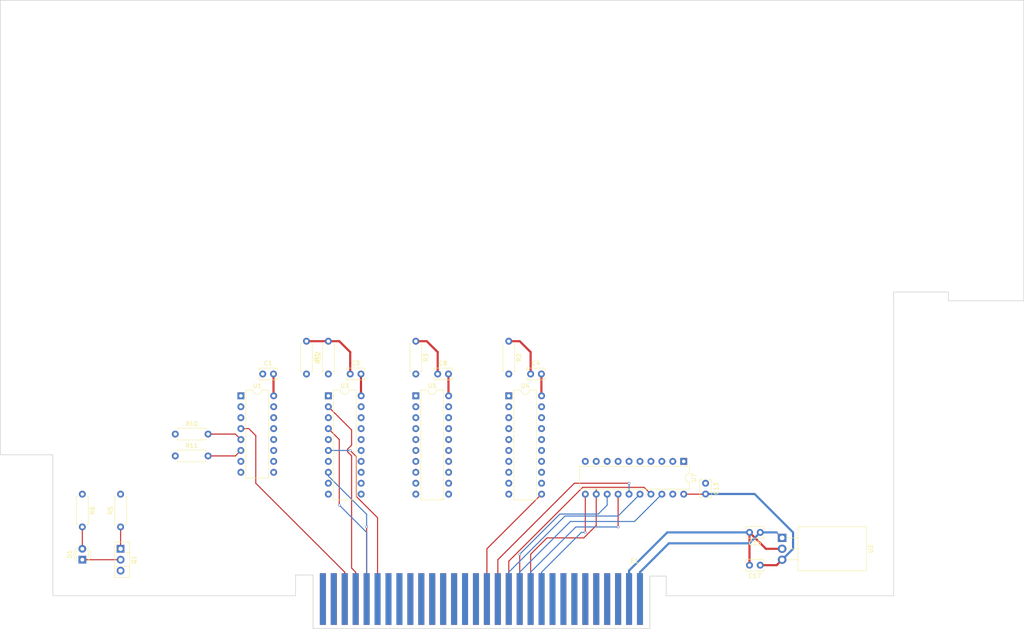
<source format=kicad_pcb>
(kicad_pcb (version 20171130) (host pcbnew 5.1.9-73d0e3b20d~88~ubuntu20.10.1)

  (general
    (thickness 1.6)
    (drawings 19)
    (tracks 123)
    (zones 0)
    (modules 24)
    (nets 106)
  )

  (page A)
  (title_block
    (date 2018-05-30)
  )

  (layers
    (0 F.Cu signal)
    (31 B.Cu signal)
    (32 B.Adhes user)
    (33 F.Adhes user)
    (34 B.Paste user)
    (35 F.Paste user)
    (36 B.SilkS user)
    (37 F.SilkS user)
    (38 B.Mask user)
    (39 F.Mask user)
    (40 Dwgs.User user)
    (41 Cmts.User user)
    (42 Eco1.User user)
    (43 Eco2.User user)
    (44 Edge.Cuts user)
    (45 Margin user)
    (46 B.CrtYd user)
    (47 F.CrtYd user)
    (48 B.Fab user)
    (49 F.Fab user)
  )

  (setup
    (last_trace_width 0.25)
    (trace_clearance 0.2)
    (zone_clearance 0.508)
    (zone_45_only no)
    (trace_min 0.2)
    (via_size 0.6)
    (via_drill 0.4)
    (via_min_size 0.4)
    (via_min_drill 0.3)
    (uvia_size 0.3)
    (uvia_drill 0.1)
    (uvias_allowed no)
    (uvia_min_size 0.2)
    (uvia_min_drill 0.1)
    (edge_width 0.15)
    (segment_width 0.2)
    (pcb_text_width 0.3)
    (pcb_text_size 1.5 1.5)
    (mod_edge_width 0.15)
    (mod_text_size 1 1)
    (mod_text_width 0.15)
    (pad_size 12 1.4)
    (pad_drill 0)
    (pad_to_mask_clearance 0.2)
    (aux_axis_origin 0 0)
    (visible_elements 7FFFEFFF)
    (pcbplotparams
      (layerselection 0x010f0_80000001)
      (usegerberextensions false)
      (usegerberattributes true)
      (usegerberadvancedattributes true)
      (creategerberjobfile true)
      (excludeedgelayer true)
      (linewidth 0.150000)
      (plotframeref false)
      (viasonmask false)
      (mode 1)
      (useauxorigin true)
      (hpglpennumber 1)
      (hpglpenspeed 20)
      (hpglpendiameter 15.000000)
      (psnegative false)
      (psa4output false)
      (plotreference true)
      (plotvalue true)
      (plotinvisibletext false)
      (padsonsilk false)
      (subtractmaskfromsilk false)
      (outputformat 1)
      (mirror false)
      (drillshape 0)
      (scaleselection 1)
      (outputdirectory "gerbers/"))
  )

  (net 0 "")
  (net 1 GND)
  (net 2 +5V)
  (net 3 +8V)
  (net 4 "Net-(D1-Pad1)")
  (net 5 "Net-(D1-Pad2)")
  (net 6 "Net-(E1-Pad4)")
  (net 7 "Net-(E1-Pad2)")
  (net 8 "Net-(E1-Pad6)")
  (net 9 TI_AME)
  (net 10 RDBENA)
  (net 11 "Net-(E1-Pad13)")
  (net 12 "Net-(E1-Pad15)")
  (net 13 "Net-(E1-Pad17)")
  (net 14 TI_D7)
  (net 15 TI_D5)
  (net 16 TI_D3)
  (net 17 TI_D1)
  (net 18 TI_A14)
  (net 19 TI_A12)
  (net 20 TI_A10)
  (net 21 TI_A8)
  (net 22 TI_A6)
  (net 23 TI_A4)
  (net 24 TI_A2)
  (net 25 TI_A0)
  (net 26 TI_AMB)
  (net 27 TI_CRUCLK)
  (net 28 TI_CRUIN)
  (net 29 "Net-(E1-Pad57)")
  (net 30 "Net-(E1-Pad59)")
  (net 31 TI_AMD)
  (net 32 "Net-(E1-Pad10)")
  (net 33 "Net-(E1-Pad12)")
  (net 34 "Net-(E1-Pad14)")
  (net 35 "Net-(E1-Pad16)")
  (net 36 "Net-(E1-Pad18)")
  (net 37 TI_D6)
  (net 38 TI_D4)
  (net 39 TI_D2)
  (net 40 TI_D0)
  (net 41 TI_A15)
  (net 42 TI_A13)
  (net 43 TI_A11)
  (net 44 TI_A9)
  (net 45 TI_A7)
  (net 46 TI_A5)
  (net 47 TI_A3)
  (net 48 TI_A1)
  (net 49 TI_AMA)
  (net 50 TI_AMC)
  (net 51 TI_PH3)
  (net 52 TI_DBIN)
  (net 53 TI_WE)
  (net 54 "Net-(E1-Pad58)")
  (net 55 "Net-(E1-Pad60)")
  (net 56 "Net-(Q1-Pad1)")
  (net 57 "Net-(R1-Pad2)")
  (net 58 "Net-(R2-Pad2)")
  (net 59 "Net-(R3-Pad2)")
  (net 60 LED0)
  (net 61 B_MEMEN)
  (net 62 "Net-(U1-Pad9)")
  (net 63 "Net-(U1-Pad10)")
  (net 64 "Net-(U1-Pad11)")
  (net 65 "Net-(U1-Pad12)")
  (net 66 "Net-(U1-Pad13)")
  (net 67 "Net-(U1-Pad14)")
  (net 68 "Net-(U1-Pad15)")
  (net 69 TP_D3)
  (net 70 B_A3)
  (net 71 TP_D4)
  (net 72 B_A8)
  (net 73 TP_D5)
  (net 74 B_A9)
  (net 75 TP_D6)
  (net 76 B_A10)
  (net 77 TP_D7)
  (net 78 B_A11)
  (net 79 B_A12)
  (net 80 B_A5)
  (net 81 B_A13)
  (net 82 B_A14)
  (net 83 B_A4)
  (net 84 B_A15)
  (net 85 B_A6)
  (net 86 TP_D0)
  (net 87 B_A7)
  (net 88 TP_D1)
  (net 89 TP_D2)
  (net 90 "Net-(U3-Pad3)")
  (net 91 "Net-(U3-Pad5)")
  (net 92 "Net-(U3-Pad7)")
  (net 93 B_DBIN)
  (net 94 B_PH3)
  (net 95 B_CRUCLK)
  (net 96 B_WE)
  (net 97 DB_EN)
  (net 98 B_A2)
  (net 99 B_A1)
  (net 100 B_A0)
  (net 101 DB_DIR)
  (net 102 TI_MEMEN)
  (net 103 "Net-(R12-Pad1)")
  (net 104 "Net-(R10-Pad2)")
  (net 105 "Net-(R11-Pad2)")

  (net_class Default "This is the default net class."
    (clearance 0.2)
    (trace_width 0.25)
    (via_dia 0.6)
    (via_drill 0.4)
    (uvia_dia 0.3)
    (uvia_drill 0.1)
    (add_net B_A0)
    (add_net B_A1)
    (add_net B_A10)
    (add_net B_A11)
    (add_net B_A12)
    (add_net B_A13)
    (add_net B_A14)
    (add_net B_A15)
    (add_net B_A2)
    (add_net B_A3)
    (add_net B_A4)
    (add_net B_A5)
    (add_net B_A6)
    (add_net B_A7)
    (add_net B_A8)
    (add_net B_A9)
    (add_net B_CRUCLK)
    (add_net B_DBIN)
    (add_net B_MEMEN)
    (add_net B_PH3)
    (add_net B_WE)
    (add_net DB_DIR)
    (add_net DB_EN)
    (add_net LED0)
    (add_net "Net-(D1-Pad1)")
    (add_net "Net-(D1-Pad2)")
    (add_net "Net-(E1-Pad10)")
    (add_net "Net-(E1-Pad12)")
    (add_net "Net-(E1-Pad13)")
    (add_net "Net-(E1-Pad14)")
    (add_net "Net-(E1-Pad15)")
    (add_net "Net-(E1-Pad16)")
    (add_net "Net-(E1-Pad17)")
    (add_net "Net-(E1-Pad18)")
    (add_net "Net-(E1-Pad2)")
    (add_net "Net-(E1-Pad4)")
    (add_net "Net-(E1-Pad57)")
    (add_net "Net-(E1-Pad58)")
    (add_net "Net-(E1-Pad59)")
    (add_net "Net-(E1-Pad6)")
    (add_net "Net-(E1-Pad60)")
    (add_net "Net-(Q1-Pad1)")
    (add_net "Net-(R1-Pad2)")
    (add_net "Net-(R10-Pad2)")
    (add_net "Net-(R11-Pad2)")
    (add_net "Net-(R12-Pad1)")
    (add_net "Net-(R2-Pad2)")
    (add_net "Net-(R3-Pad2)")
    (add_net "Net-(U1-Pad10)")
    (add_net "Net-(U1-Pad11)")
    (add_net "Net-(U1-Pad12)")
    (add_net "Net-(U1-Pad13)")
    (add_net "Net-(U1-Pad14)")
    (add_net "Net-(U1-Pad15)")
    (add_net "Net-(U1-Pad9)")
    (add_net "Net-(U3-Pad3)")
    (add_net "Net-(U3-Pad5)")
    (add_net "Net-(U3-Pad7)")
    (add_net RDBENA)
    (add_net TI_A0)
    (add_net TI_A1)
    (add_net TI_A10)
    (add_net TI_A11)
    (add_net TI_A12)
    (add_net TI_A13)
    (add_net TI_A14)
    (add_net TI_A15)
    (add_net TI_A2)
    (add_net TI_A3)
    (add_net TI_A4)
    (add_net TI_A5)
    (add_net TI_A6)
    (add_net TI_A7)
    (add_net TI_A8)
    (add_net TI_A9)
    (add_net TI_AMA)
    (add_net TI_AMB)
    (add_net TI_AMC)
    (add_net TI_AMD)
    (add_net TI_AME)
    (add_net TI_CRUCLK)
    (add_net TI_CRUIN)
    (add_net TI_D0)
    (add_net TI_D1)
    (add_net TI_D2)
    (add_net TI_D3)
    (add_net TI_D4)
    (add_net TI_D5)
    (add_net TI_D6)
    (add_net TI_D7)
    (add_net TI_DBIN)
    (add_net TI_MEMEN)
    (add_net TI_PH3)
    (add_net TI_WE)
    (add_net TP_D0)
    (add_net TP_D1)
    (add_net TP_D2)
    (add_net TP_D3)
    (add_net TP_D4)
    (add_net TP_D5)
    (add_net TP_D6)
    (add_net TP_D7)
  )

  (net_class +5V ""
    (clearance 0.2)
    (trace_width 0.5)
    (via_dia 0.6)
    (via_drill 0.4)
    (uvia_dia 0.3)
    (uvia_drill 0.1)
    (add_net +5V)
  )

  (net_class +8V ""
    (clearance 0.2)
    (trace_width 0.5)
    (via_dia 0.6)
    (via_drill 0.4)
    (uvia_dia 0.3)
    (uvia_drill 0.1)
    (add_net +8V)
  )

  (net_class GND ""
    (clearance 0.2)
    (trace_width 0.5)
    (via_dia 0.6)
    (via_drill 0.4)
    (uvia_dia 0.3)
    (uvia_drill 0.1)
    (add_net GND)
  )

  (module peb-edge-card:ti99-peb-edge (layer F.Cu) (tedit 5ADD189A) (tstamp 59F8035C)
    (at 127 164.084)
    (path /59BEF870)
    (fp_text reference E1 (at 39.37 -8.89) (layer F.SilkS)
      (effects (font (size 1 1) (thickness 0.15)))
    )
    (fp_text value TiPEBEdge (at 29.21 -8.89) (layer F.Fab) hide
      (effects (font (size 1 1) (thickness 0.15)))
    )
    (pad 5 connect rect (at 35.56 0 270) (size 12 1.4) (layers B.Cu B.Mask)
      (net 1 GND))
    (pad 4 connect rect (at 38.1 0 270) (size 12 1.4) (layers F.Cu F.Mask)
      (net 6 "Net-(E1-Pad4)"))
    (pad 1 connect rect (at 40.64 0 270) (size 12 1.4) (layers B.Cu B.Mask)
      (net 3 +8V))
    (pad 2 connect rect (at 40.64 0 270) (size 12 1.4) (layers F.Cu F.Mask)
      (net 7 "Net-(E1-Pad2)"))
    (pad 3 connect rect (at 38.1 0 270) (size 12 1.4) (layers B.Cu B.Mask)
      (net 1 GND))
    (pad 6 connect rect (at 35.56 0 270) (size 12 1.4) (layers F.Cu F.Mask)
      (net 8 "Net-(E1-Pad6)"))
    (pad 7 connect rect (at 33.02 0 270) (size 12 1.4) (layers B.Cu B.Mask)
      (net 1 GND))
    (pad 9 connect rect (at 30.48 0 270) (size 12 1.4) (layers B.Cu B.Mask)
      (net 9 TI_AME))
    (pad 11 connect rect (at 27.94 0 270) (size 12 1.4) (layers B.Cu B.Mask)
      (net 10 RDBENA))
    (pad 13 connect rect (at 25.4 0 270) (size 12 1.4) (layers B.Cu B.Mask)
      (net 11 "Net-(E1-Pad13)"))
    (pad 15 connect rect (at 22.86 0 270) (size 12 1.4) (layers B.Cu B.Mask)
      (net 12 "Net-(E1-Pad15)"))
    (pad 17 connect rect (at 20.32 0 270) (size 12 1.4) (layers B.Cu B.Mask)
      (net 13 "Net-(E1-Pad17)"))
    (pad 19 connect rect (at 17.78 0 270) (size 12 1.4) (layers B.Cu B.Mask)
      (net 14 TI_D7))
    (pad 21 connect rect (at 15.24 0 270) (size 12 1.4) (layers B.Cu B.Mask)
      (net 15 TI_D5))
    (pad 23 connect rect (at 12.7 0 270) (size 12 1.4) (layers B.Cu B.Mask)
      (net 16 TI_D3))
    (pad 25 connect rect (at 10.16 0 270) (size 12 1.4) (layers B.Cu B.Mask)
      (net 17 TI_D1))
    (pad 27 connect rect (at 7.62 0 270) (size 12 1.4) (layers B.Cu B.Mask)
      (net 1 GND))
    (pad 29 connect rect (at 5.08 0 270) (size 12 1.4) (layers B.Cu B.Mask)
      (net 18 TI_A14))
    (pad 31 connect rect (at 2.54 0 270) (size 12 1.4) (layers B.Cu B.Mask)
      (net 19 TI_A12))
    (pad 33 connect rect (at 0 0 270) (size 12 1.4) (layers B.Cu B.Mask)
      (net 20 TI_A10))
    (pad 35 connect rect (at -2.54 0 270) (size 12 1.4) (layers B.Cu B.Mask)
      (net 21 TI_A8))
    (pad 37 connect rect (at -5.08 0 270) (size 12 1.4) (layers B.Cu B.Mask)
      (net 22 TI_A6))
    (pad 39 connect rect (at -7.62 0 270) (size 12 1.4) (layers B.Cu B.Mask)
      (net 23 TI_A4))
    (pad 41 connect rect (at -10.16 0 270) (size 12 1.4) (layers B.Cu B.Mask)
      (net 24 TI_A2))
    (pad 43 connect rect (at -12.7 0 270) (size 12 1.4) (layers B.Cu B.Mask)
      (net 25 TI_A0))
    (pad 45 connect rect (at -15.24 0 270) (size 12 1.4) (layers B.Cu B.Mask)
      (net 26 TI_AMB))
    (pad 47 connect rect (at -17.78 0 270) (size 12 1.4) (layers B.Cu B.Mask)
      (net 1 GND))
    (pad 49 connect rect (at -20.32 0 270) (size 12 1.4) (layers B.Cu B.Mask)
      (net 1 GND))
    (pad 51 connect rect (at -22.86 0 270) (size 12 1.4) (layers B.Cu B.Mask)
      (net 27 TI_CRUCLK))
    (pad 53 connect rect (at -25.4 0 270) (size 12 1.4) (layers B.Cu B.Mask)
      (net 1 GND))
    (pad 55 connect rect (at -27.94 0 270) (size 12 1.4) (layers B.Cu B.Mask)
      (net 28 TI_CRUIN))
    (pad 57 connect rect (at -30.48 0 270) (size 12 1.4) (layers B.Cu B.Mask)
      (net 29 "Net-(E1-Pad57)"))
    (pad 59 connect rect (at -33.02 0 270) (size 12 1.4) (layers B.Cu B.Mask)
      (net 30 "Net-(E1-Pad59)"))
    (pad 8 connect rect (at 33.02 0 270) (size 12 1.4) (layers F.Cu F.Mask)
      (net 31 TI_AMD))
    (pad 10 connect rect (at 30.48 0 270) (size 12 1.4) (layers F.Cu F.Mask)
      (net 32 "Net-(E1-Pad10)"))
    (pad 12 connect rect (at 27.94 0 270) (size 12 1.4) (layers F.Cu F.Mask)
      (net 33 "Net-(E1-Pad12)"))
    (pad 14 connect rect (at 25.4 0 270) (size 12 1.4) (layers F.Cu F.Mask)
      (net 34 "Net-(E1-Pad14)"))
    (pad 16 connect rect (at 22.86 0 270) (size 12 1.4) (layers F.Cu F.Mask)
      (net 35 "Net-(E1-Pad16)"))
    (pad 18 connect rect (at 20.32 0 270) (size 12 1.4) (layers F.Cu F.Mask)
      (net 36 "Net-(E1-Pad18)"))
    (pad 20 connect rect (at 17.78 0 270) (size 12 1.4) (layers F.Cu F.Mask)
      (net 1 GND))
    (pad 22 connect rect (at 15.24 0 270) (size 12 1.4) (layers F.Cu F.Mask)
      (net 37 TI_D6))
    (pad 24 connect rect (at 12.7 0 270) (size 12 1.4) (layers F.Cu F.Mask)
      (net 38 TI_D4))
    (pad 26 connect rect (at 10.16 0 270) (size 12 1.4) (layers F.Cu F.Mask)
      (net 39 TI_D2))
    (pad 28 connect rect (at 7.62 0 270) (size 12 1.4) (layers F.Cu F.Mask)
      (net 40 TI_D0))
    (pad 30 connect rect (at 5.08 0 270) (size 12 1.4) (layers F.Cu F.Mask)
      (net 41 TI_A15))
    (pad 32 connect rect (at 2.54 0 270) (size 12 1.4) (layers F.Cu F.Mask)
      (net 42 TI_A13))
    (pad 34 connect rect (at 0 0 270) (size 12 1.4) (layers F.Cu F.Mask)
      (net 43 TI_A11))
    (pad 36 connect rect (at -2.54 0 270) (size 12 1.4) (layers F.Cu F.Mask)
      (net 44 TI_A9))
    (pad 38 connect rect (at -5.08 0 270) (size 12 1.4) (layers F.Cu F.Mask)
      (net 45 TI_A7))
    (pad 40 connect rect (at -7.62 0 270) (size 12 1.4) (layers F.Cu F.Mask)
      (net 46 TI_A5))
    (pad 42 connect rect (at -10.16 0 270) (size 12 1.4) (layers F.Cu F.Mask)
      (net 47 TI_A3))
    (pad 44 connect rect (at -12.7 0 270) (size 12 1.4) (layers F.Cu F.Mask)
      (net 48 TI_A1))
    (pad 46 connect rect (at -15.24 0 270) (size 12 1.4) (layers F.Cu F.Mask)
      (net 49 TI_AMA))
    (pad 48 connect rect (at -17.78 0 270) (size 12 1.4) (layers F.Cu F.Mask)
      (net 50 TI_AMC))
    (pad 50 connect rect (at -20.32 0 270) (size 12 1.4) (layers F.Cu F.Mask)
      (net 51 TI_PH3))
    (pad 52 connect rect (at -22.86 0 270) (size 12 1.4) (layers F.Cu F.Mask)
      (net 52 TI_DBIN))
    (pad 54 connect rect (at -25.4 0 270) (size 12 1.4) (layers F.Cu F.Mask)
      (net 53 TI_WE))
    (pad 56 connect rect (at -27.94 0 270) (size 12 1.4) (layers F.Cu F.Mask)
      (net 102 TI_MEMEN))
    (pad 58 connect rect (at -30.48 0 270) (size 12 1.4) (layers F.Cu F.Mask)
      (net 54 "Net-(E1-Pad58)"))
    (pad 60 connect rect (at -33.02 0 270) (size 12 1.4) (layers F.Cu F.Mask)
      (net 55 "Net-(E1-Pad60)"))
  )

  (module Capacitor_THT:C_Rect_L4.0mm_W2.5mm_P2.50mm (layer F.Cu) (tedit 5AE50EF0) (tstamp 60060874)
    (at 80.01 111.76)
    (descr "C, Rect series, Radial, pin pitch=2.50mm, , length*width=4*2.5mm^2, Capacitor")
    (tags "C Rect series Radial pin pitch 2.50mm  length 4mm width 2.5mm Capacitor")
    (path /59C76A23)
    (fp_text reference C1 (at 1.25 -2.5) (layer F.SilkS)
      (effects (font (size 1 1) (thickness 0.15)))
    )
    (fp_text value 0.1uf (at 1.25 2.5) (layer F.Fab)
      (effects (font (size 1 1) (thickness 0.15)))
    )
    (fp_line (start -0.75 -1.25) (end -0.75 1.25) (layer F.Fab) (width 0.1))
    (fp_line (start -0.75 1.25) (end 3.25 1.25) (layer F.Fab) (width 0.1))
    (fp_line (start 3.25 1.25) (end 3.25 -1.25) (layer F.Fab) (width 0.1))
    (fp_line (start 3.25 -1.25) (end -0.75 -1.25) (layer F.Fab) (width 0.1))
    (fp_line (start -0.87 -1.37) (end 3.37 -1.37) (layer F.SilkS) (width 0.12))
    (fp_line (start -0.87 1.37) (end 3.37 1.37) (layer F.SilkS) (width 0.12))
    (fp_line (start -0.87 -1.37) (end -0.87 -0.665) (layer F.SilkS) (width 0.12))
    (fp_line (start -0.87 0.665) (end -0.87 1.37) (layer F.SilkS) (width 0.12))
    (fp_line (start 3.37 -1.37) (end 3.37 -0.665) (layer F.SilkS) (width 0.12))
    (fp_line (start 3.37 0.665) (end 3.37 1.37) (layer F.SilkS) (width 0.12))
    (fp_line (start -1.05 -1.5) (end -1.05 1.5) (layer F.CrtYd) (width 0.05))
    (fp_line (start -1.05 1.5) (end 3.55 1.5) (layer F.CrtYd) (width 0.05))
    (fp_line (start 3.55 1.5) (end 3.55 -1.5) (layer F.CrtYd) (width 0.05))
    (fp_line (start 3.55 -1.5) (end -1.05 -1.5) (layer F.CrtYd) (width 0.05))
    (fp_text user %R (at 1.25 0) (layer F.Fab)
      (effects (font (size 0.8 0.8) (thickness 0.12)))
    )
    (pad 1 thru_hole circle (at 0 0) (size 1.6 1.6) (drill 0.8) (layers *.Cu *.Mask)
      (net 1 GND))
    (pad 2 thru_hole circle (at 2.5 0) (size 1.6 1.6) (drill 0.8) (layers *.Cu *.Mask)
      (net 2 +5V))
    (model ${KISYS3DMOD}/Capacitor_THT.3dshapes/C_Rect_L4.0mm_W2.5mm_P2.50mm.wrl
      (at (xyz 0 0 0))
      (scale (xyz 1 1 1))
      (rotate (xyz 0 0 0))
    )
  )

  (module Capacitor_THT:C_Rect_L4.0mm_W2.5mm_P2.50mm (layer F.Cu) (tedit 5AE50EF0) (tstamp 60060889)
    (at 100.33 111.76)
    (descr "C, Rect series, Radial, pin pitch=2.50mm, , length*width=4*2.5mm^2, Capacitor")
    (tags "C Rect series Radial pin pitch 2.50mm  length 4mm width 2.5mm Capacitor")
    (path /59C76B96)
    (fp_text reference C3 (at 1.25 -2.5) (layer F.SilkS)
      (effects (font (size 1 1) (thickness 0.15)))
    )
    (fp_text value 0.1uf (at 1.25 2.5) (layer F.Fab)
      (effects (font (size 1 1) (thickness 0.15)))
    )
    (fp_line (start 3.55 -1.5) (end -1.05 -1.5) (layer F.CrtYd) (width 0.05))
    (fp_line (start 3.55 1.5) (end 3.55 -1.5) (layer F.CrtYd) (width 0.05))
    (fp_line (start -1.05 1.5) (end 3.55 1.5) (layer F.CrtYd) (width 0.05))
    (fp_line (start -1.05 -1.5) (end -1.05 1.5) (layer F.CrtYd) (width 0.05))
    (fp_line (start 3.37 0.665) (end 3.37 1.37) (layer F.SilkS) (width 0.12))
    (fp_line (start 3.37 -1.37) (end 3.37 -0.665) (layer F.SilkS) (width 0.12))
    (fp_line (start -0.87 0.665) (end -0.87 1.37) (layer F.SilkS) (width 0.12))
    (fp_line (start -0.87 -1.37) (end -0.87 -0.665) (layer F.SilkS) (width 0.12))
    (fp_line (start -0.87 1.37) (end 3.37 1.37) (layer F.SilkS) (width 0.12))
    (fp_line (start -0.87 -1.37) (end 3.37 -1.37) (layer F.SilkS) (width 0.12))
    (fp_line (start 3.25 -1.25) (end -0.75 -1.25) (layer F.Fab) (width 0.1))
    (fp_line (start 3.25 1.25) (end 3.25 -1.25) (layer F.Fab) (width 0.1))
    (fp_line (start -0.75 1.25) (end 3.25 1.25) (layer F.Fab) (width 0.1))
    (fp_line (start -0.75 -1.25) (end -0.75 1.25) (layer F.Fab) (width 0.1))
    (fp_text user %R (at 1.25 0) (layer F.Fab)
      (effects (font (size 0.8 0.8) (thickness 0.12)))
    )
    (pad 2 thru_hole circle (at 2.5 0) (size 1.6 1.6) (drill 0.8) (layers *.Cu *.Mask)
      (net 2 +5V))
    (pad 1 thru_hole circle (at 0 0) (size 1.6 1.6) (drill 0.8) (layers *.Cu *.Mask)
      (net 1 GND))
    (model ${KISYS3DMOD}/Capacitor_THT.3dshapes/C_Rect_L4.0mm_W2.5mm_P2.50mm.wrl
      (at (xyz 0 0 0))
      (scale (xyz 1 1 1))
      (rotate (xyz 0 0 0))
    )
  )

  (module Capacitor_THT:C_Rect_L4.0mm_W2.5mm_P2.50mm (layer F.Cu) (tedit 5AE50EF0) (tstamp 6006089E)
    (at 142.24 111.76)
    (descr "C, Rect series, Radial, pin pitch=2.50mm, , length*width=4*2.5mm^2, Capacitor")
    (tags "C Rect series Radial pin pitch 2.50mm  length 4mm width 2.5mm Capacitor")
    (path /59C76D70)
    (fp_text reference C4 (at 1.25 -2.5) (layer F.SilkS)
      (effects (font (size 1 1) (thickness 0.15)))
    )
    (fp_text value 0.1uf (at 1.25 2.5) (layer F.Fab)
      (effects (font (size 1 1) (thickness 0.15)))
    )
    (fp_line (start -0.75 -1.25) (end -0.75 1.25) (layer F.Fab) (width 0.1))
    (fp_line (start -0.75 1.25) (end 3.25 1.25) (layer F.Fab) (width 0.1))
    (fp_line (start 3.25 1.25) (end 3.25 -1.25) (layer F.Fab) (width 0.1))
    (fp_line (start 3.25 -1.25) (end -0.75 -1.25) (layer F.Fab) (width 0.1))
    (fp_line (start -0.87 -1.37) (end 3.37 -1.37) (layer F.SilkS) (width 0.12))
    (fp_line (start -0.87 1.37) (end 3.37 1.37) (layer F.SilkS) (width 0.12))
    (fp_line (start -0.87 -1.37) (end -0.87 -0.665) (layer F.SilkS) (width 0.12))
    (fp_line (start -0.87 0.665) (end -0.87 1.37) (layer F.SilkS) (width 0.12))
    (fp_line (start 3.37 -1.37) (end 3.37 -0.665) (layer F.SilkS) (width 0.12))
    (fp_line (start 3.37 0.665) (end 3.37 1.37) (layer F.SilkS) (width 0.12))
    (fp_line (start -1.05 -1.5) (end -1.05 1.5) (layer F.CrtYd) (width 0.05))
    (fp_line (start -1.05 1.5) (end 3.55 1.5) (layer F.CrtYd) (width 0.05))
    (fp_line (start 3.55 1.5) (end 3.55 -1.5) (layer F.CrtYd) (width 0.05))
    (fp_line (start 3.55 -1.5) (end -1.05 -1.5) (layer F.CrtYd) (width 0.05))
    (fp_text user %R (at 1.25 0) (layer F.Fab)
      (effects (font (size 0.8 0.8) (thickness 0.12)))
    )
    (pad 1 thru_hole circle (at 0 0) (size 1.6 1.6) (drill 0.8) (layers *.Cu *.Mask)
      (net 1 GND))
    (pad 2 thru_hole circle (at 2.5 0) (size 1.6 1.6) (drill 0.8) (layers *.Cu *.Mask)
      (net 2 +5V))
    (model ${KISYS3DMOD}/Capacitor_THT.3dshapes/C_Rect_L4.0mm_W2.5mm_P2.50mm.wrl
      (at (xyz 0 0 0))
      (scale (xyz 1 1 1))
      (rotate (xyz 0 0 0))
    )
  )

  (module Capacitor_THT:C_Rect_L4.0mm_W2.5mm_P2.50mm (layer F.Cu) (tedit 5AE50EF0) (tstamp 600608B3)
    (at 120.65 111.76)
    (descr "C, Rect series, Radial, pin pitch=2.50mm, , length*width=4*2.5mm^2, Capacitor")
    (tags "C Rect series Radial pin pitch 2.50mm  length 4mm width 2.5mm Capacitor")
    (path /59C76E70)
    (fp_text reference C8 (at 1.25 -2.5) (layer F.SilkS)
      (effects (font (size 1 1) (thickness 0.15)))
    )
    (fp_text value 0.1uf (at 1.25 2.5) (layer F.Fab)
      (effects (font (size 1 1) (thickness 0.15)))
    )
    (fp_line (start 3.55 -1.5) (end -1.05 -1.5) (layer F.CrtYd) (width 0.05))
    (fp_line (start 3.55 1.5) (end 3.55 -1.5) (layer F.CrtYd) (width 0.05))
    (fp_line (start -1.05 1.5) (end 3.55 1.5) (layer F.CrtYd) (width 0.05))
    (fp_line (start -1.05 -1.5) (end -1.05 1.5) (layer F.CrtYd) (width 0.05))
    (fp_line (start 3.37 0.665) (end 3.37 1.37) (layer F.SilkS) (width 0.12))
    (fp_line (start 3.37 -1.37) (end 3.37 -0.665) (layer F.SilkS) (width 0.12))
    (fp_line (start -0.87 0.665) (end -0.87 1.37) (layer F.SilkS) (width 0.12))
    (fp_line (start -0.87 -1.37) (end -0.87 -0.665) (layer F.SilkS) (width 0.12))
    (fp_line (start -0.87 1.37) (end 3.37 1.37) (layer F.SilkS) (width 0.12))
    (fp_line (start -0.87 -1.37) (end 3.37 -1.37) (layer F.SilkS) (width 0.12))
    (fp_line (start 3.25 -1.25) (end -0.75 -1.25) (layer F.Fab) (width 0.1))
    (fp_line (start 3.25 1.25) (end 3.25 -1.25) (layer F.Fab) (width 0.1))
    (fp_line (start -0.75 1.25) (end 3.25 1.25) (layer F.Fab) (width 0.1))
    (fp_line (start -0.75 -1.25) (end -0.75 1.25) (layer F.Fab) (width 0.1))
    (fp_text user %R (at 1.25 0) (layer F.Fab)
      (effects (font (size 0.8 0.8) (thickness 0.12)))
    )
    (pad 2 thru_hole circle (at 2.5 0) (size 1.6 1.6) (drill 0.8) (layers *.Cu *.Mask)
      (net 2 +5V))
    (pad 1 thru_hole circle (at 0 0) (size 1.6 1.6) (drill 0.8) (layers *.Cu *.Mask)
      (net 1 GND))
    (model ${KISYS3DMOD}/Capacitor_THT.3dshapes/C_Rect_L4.0mm_W2.5mm_P2.50mm.wrl
      (at (xyz 0 0 0))
      (scale (xyz 1 1 1))
      (rotate (xyz 0 0 0))
    )
  )

  (module Capacitor_THT:C_Rect_L4.0mm_W2.5mm_P2.50mm (layer F.Cu) (tedit 5AE50EF0) (tstamp 600608C8)
    (at 182.88 137.16 270)
    (descr "C, Rect series, Radial, pin pitch=2.50mm, , length*width=4*2.5mm^2, Capacitor")
    (tags "C Rect series Radial pin pitch 2.50mm  length 4mm width 2.5mm Capacitor")
    (path /595963F1)
    (fp_text reference C13 (at 1.25 -2.5 90) (layer F.SilkS)
      (effects (font (size 1 1) (thickness 0.15)))
    )
    (fp_text value 0.1uf (at 1.25 2.5 90) (layer F.Fab)
      (effects (font (size 1 1) (thickness 0.15)))
    )
    (fp_line (start -0.75 -1.25) (end -0.75 1.25) (layer F.Fab) (width 0.1))
    (fp_line (start -0.75 1.25) (end 3.25 1.25) (layer F.Fab) (width 0.1))
    (fp_line (start 3.25 1.25) (end 3.25 -1.25) (layer F.Fab) (width 0.1))
    (fp_line (start 3.25 -1.25) (end -0.75 -1.25) (layer F.Fab) (width 0.1))
    (fp_line (start -0.87 -1.37) (end 3.37 -1.37) (layer F.SilkS) (width 0.12))
    (fp_line (start -0.87 1.37) (end 3.37 1.37) (layer F.SilkS) (width 0.12))
    (fp_line (start -0.87 -1.37) (end -0.87 -0.665) (layer F.SilkS) (width 0.12))
    (fp_line (start -0.87 0.665) (end -0.87 1.37) (layer F.SilkS) (width 0.12))
    (fp_line (start 3.37 -1.37) (end 3.37 -0.665) (layer F.SilkS) (width 0.12))
    (fp_line (start 3.37 0.665) (end 3.37 1.37) (layer F.SilkS) (width 0.12))
    (fp_line (start -1.05 -1.5) (end -1.05 1.5) (layer F.CrtYd) (width 0.05))
    (fp_line (start -1.05 1.5) (end 3.55 1.5) (layer F.CrtYd) (width 0.05))
    (fp_line (start 3.55 1.5) (end 3.55 -1.5) (layer F.CrtYd) (width 0.05))
    (fp_line (start 3.55 -1.5) (end -1.05 -1.5) (layer F.CrtYd) (width 0.05))
    (fp_text user %R (at 1.25 0 90) (layer F.Fab)
      (effects (font (size 0.8 0.8) (thickness 0.12)))
    )
    (pad 1 thru_hole circle (at 0 0 270) (size 1.6 1.6) (drill 0.8) (layers *.Cu *.Mask)
      (net 1 GND))
    (pad 2 thru_hole circle (at 2.5 0 270) (size 1.6 1.6) (drill 0.8) (layers *.Cu *.Mask)
      (net 2 +5V))
    (model ${KISYS3DMOD}/Capacitor_THT.3dshapes/C_Rect_L4.0mm_W2.5mm_P2.50mm.wrl
      (at (xyz 0 0 0))
      (scale (xyz 1 1 1))
      (rotate (xyz 0 0 0))
    )
  )

  (module Capacitor_THT:C_Rect_L4.0mm_W2.5mm_P2.50mm (layer F.Cu) (tedit 5AE50EF0) (tstamp 600608DD)
    (at 195.58 148.59 180)
    (descr "C, Rect series, Radial, pin pitch=2.50mm, , length*width=4*2.5mm^2, Capacitor")
    (tags "C Rect series Radial pin pitch 2.50mm  length 4mm width 2.5mm Capacitor")
    (path /59E1BE91)
    (fp_text reference C15 (at 1.25 -2.5) (layer F.SilkS)
      (effects (font (size 1 1) (thickness 0.15)))
    )
    (fp_text value 10uf (at 1.25 2.5) (layer F.Fab)
      (effects (font (size 1 1) (thickness 0.15)))
    )
    (fp_line (start -0.75 -1.25) (end -0.75 1.25) (layer F.Fab) (width 0.1))
    (fp_line (start -0.75 1.25) (end 3.25 1.25) (layer F.Fab) (width 0.1))
    (fp_line (start 3.25 1.25) (end 3.25 -1.25) (layer F.Fab) (width 0.1))
    (fp_line (start 3.25 -1.25) (end -0.75 -1.25) (layer F.Fab) (width 0.1))
    (fp_line (start -0.87 -1.37) (end 3.37 -1.37) (layer F.SilkS) (width 0.12))
    (fp_line (start -0.87 1.37) (end 3.37 1.37) (layer F.SilkS) (width 0.12))
    (fp_line (start -0.87 -1.37) (end -0.87 -0.665) (layer F.SilkS) (width 0.12))
    (fp_line (start -0.87 0.665) (end -0.87 1.37) (layer F.SilkS) (width 0.12))
    (fp_line (start 3.37 -1.37) (end 3.37 -0.665) (layer F.SilkS) (width 0.12))
    (fp_line (start 3.37 0.665) (end 3.37 1.37) (layer F.SilkS) (width 0.12))
    (fp_line (start -1.05 -1.5) (end -1.05 1.5) (layer F.CrtYd) (width 0.05))
    (fp_line (start -1.05 1.5) (end 3.55 1.5) (layer F.CrtYd) (width 0.05))
    (fp_line (start 3.55 1.5) (end 3.55 -1.5) (layer F.CrtYd) (width 0.05))
    (fp_line (start 3.55 -1.5) (end -1.05 -1.5) (layer F.CrtYd) (width 0.05))
    (fp_text user %R (at 1.25 0) (layer F.Fab)
      (effects (font (size 0.8 0.8) (thickness 0.12)))
    )
    (pad 1 thru_hole circle (at 0 0 180) (size 1.6 1.6) (drill 0.8) (layers *.Cu *.Mask)
      (net 3 +8V))
    (pad 2 thru_hole circle (at 2.5 0 180) (size 1.6 1.6) (drill 0.8) (layers *.Cu *.Mask)
      (net 1 GND))
    (model ${KISYS3DMOD}/Capacitor_THT.3dshapes/C_Rect_L4.0mm_W2.5mm_P2.50mm.wrl
      (at (xyz 0 0 0))
      (scale (xyz 1 1 1))
      (rotate (xyz 0 0 0))
    )
  )

  (module Capacitor_THT:C_Rect_L4.0mm_W2.5mm_P2.50mm (layer F.Cu) (tedit 5AE50EF0) (tstamp 6006119E)
    (at 195.58 156.21 180)
    (descr "C, Rect series, Radial, pin pitch=2.50mm, , length*width=4*2.5mm^2, Capacitor")
    (tags "C Rect series Radial pin pitch 2.50mm  length 4mm width 2.5mm Capacitor")
    (path /59E1BF3C)
    (fp_text reference C17 (at 1.25 -2.5) (layer F.SilkS)
      (effects (font (size 1 1) (thickness 0.15)))
    )
    (fp_text value 22uf (at 1.25 2.5) (layer F.Fab)
      (effects (font (size 1 1) (thickness 0.15)))
    )
    (fp_line (start 3.55 -1.5) (end -1.05 -1.5) (layer F.CrtYd) (width 0.05))
    (fp_line (start 3.55 1.5) (end 3.55 -1.5) (layer F.CrtYd) (width 0.05))
    (fp_line (start -1.05 1.5) (end 3.55 1.5) (layer F.CrtYd) (width 0.05))
    (fp_line (start -1.05 -1.5) (end -1.05 1.5) (layer F.CrtYd) (width 0.05))
    (fp_line (start 3.37 0.665) (end 3.37 1.37) (layer F.SilkS) (width 0.12))
    (fp_line (start 3.37 -1.37) (end 3.37 -0.665) (layer F.SilkS) (width 0.12))
    (fp_line (start -0.87 0.665) (end -0.87 1.37) (layer F.SilkS) (width 0.12))
    (fp_line (start -0.87 -1.37) (end -0.87 -0.665) (layer F.SilkS) (width 0.12))
    (fp_line (start -0.87 1.37) (end 3.37 1.37) (layer F.SilkS) (width 0.12))
    (fp_line (start -0.87 -1.37) (end 3.37 -1.37) (layer F.SilkS) (width 0.12))
    (fp_line (start 3.25 -1.25) (end -0.75 -1.25) (layer F.Fab) (width 0.1))
    (fp_line (start 3.25 1.25) (end 3.25 -1.25) (layer F.Fab) (width 0.1))
    (fp_line (start -0.75 1.25) (end 3.25 1.25) (layer F.Fab) (width 0.1))
    (fp_line (start -0.75 -1.25) (end -0.75 1.25) (layer F.Fab) (width 0.1))
    (fp_text user %R (at 1.25 0) (layer F.Fab)
      (effects (font (size 0.8 0.8) (thickness 0.12)))
    )
    (pad 2 thru_hole circle (at 2.5 0 180) (size 1.6 1.6) (drill 0.8) (layers *.Cu *.Mask)
      (net 1 GND))
    (pad 1 thru_hole circle (at 0 0 180) (size 1.6 1.6) (drill 0.8) (layers *.Cu *.Mask)
      (net 2 +5V))
    (model ${KISYS3DMOD}/Capacitor_THT.3dshapes/C_Rect_L4.0mm_W2.5mm_P2.50mm.wrl
      (at (xyz 0 0 0))
      (scale (xyz 1 1 1))
      (rotate (xyz 0 0 0))
    )
  )

  (module LED_THT:LED_D3.0mm (layer F.Cu) (tedit 587A3A7B) (tstamp 60060905)
    (at 38.1 154.94 90)
    (descr "LED, diameter 3.0mm, 2 pins")
    (tags "LED diameter 3.0mm 2 pins")
    (path /594FDAB3)
    (fp_text reference D1 (at 1.27 -2.96 90) (layer F.SilkS)
      (effects (font (size 1 1) (thickness 0.15)))
    )
    (fp_text value LED_ALT (at 1.27 2.96 90) (layer F.Fab)
      (effects (font (size 1 1) (thickness 0.15)))
    )
    (fp_circle (center 1.27 0) (end 2.77 0) (layer F.Fab) (width 0.1))
    (fp_line (start -0.23 -1.16619) (end -0.23 1.16619) (layer F.Fab) (width 0.1))
    (fp_line (start -0.29 -1.236) (end -0.29 -1.08) (layer F.SilkS) (width 0.12))
    (fp_line (start -0.29 1.08) (end -0.29 1.236) (layer F.SilkS) (width 0.12))
    (fp_line (start -1.15 -2.25) (end -1.15 2.25) (layer F.CrtYd) (width 0.05))
    (fp_line (start -1.15 2.25) (end 3.7 2.25) (layer F.CrtYd) (width 0.05))
    (fp_line (start 3.7 2.25) (end 3.7 -2.25) (layer F.CrtYd) (width 0.05))
    (fp_line (start 3.7 -2.25) (end -1.15 -2.25) (layer F.CrtYd) (width 0.05))
    (fp_arc (start 1.27 0) (end -0.23 -1.16619) (angle 284.3) (layer F.Fab) (width 0.1))
    (fp_arc (start 1.27 0) (end -0.29 -1.235516) (angle 108.8) (layer F.SilkS) (width 0.12))
    (fp_arc (start 1.27 0) (end -0.29 1.235516) (angle -108.8) (layer F.SilkS) (width 0.12))
    (fp_arc (start 1.27 0) (end 0.229039 -1.08) (angle 87.9) (layer F.SilkS) (width 0.12))
    (fp_arc (start 1.27 0) (end 0.229039 1.08) (angle -87.9) (layer F.SilkS) (width 0.12))
    (pad 1 thru_hole rect (at 0 0 90) (size 1.8 1.8) (drill 0.9) (layers *.Cu *.Mask)
      (net 4 "Net-(D1-Pad1)"))
    (pad 2 thru_hole circle (at 2.54 0 90) (size 1.8 1.8) (drill 0.9) (layers *.Cu *.Mask)
      (net 5 "Net-(D1-Pad2)"))
    (model ${KISYS3DMOD}/LED_THT.3dshapes/LED_D3.0mm.wrl
      (at (xyz 0 0 0))
      (scale (xyz 1 1 1))
      (rotate (xyz 0 0 0))
    )
  )

  (module Package_TO_SOT_THT:TO-126-3_Vertical (layer F.Cu) (tedit 5AC8BA0D) (tstamp 6006091F)
    (at 46.99 152.4 270)
    (descr "TO-126-3, Vertical, RM 2.54mm, see https://www.diodes.com/assets/Package-Files/TO126.pdf")
    (tags "TO-126-3 Vertical RM 2.54mm")
    (path /594FDE57)
    (fp_text reference Q1 (at 2.54 -3.12 90) (layer F.SilkS)
      (effects (font (size 1 1) (thickness 0.15)))
    )
    (fp_text value Q_NPN_BCE (at 2.54 2.5 90) (layer F.Fab)
      (effects (font (size 1 1) (thickness 0.15)))
    )
    (fp_line (start -1.46 -2) (end -1.46 1.25) (layer F.Fab) (width 0.1))
    (fp_line (start -1.46 1.25) (end 6.54 1.25) (layer F.Fab) (width 0.1))
    (fp_line (start 6.54 1.25) (end 6.54 -2) (layer F.Fab) (width 0.1))
    (fp_line (start 6.54 -2) (end -1.46 -2) (layer F.Fab) (width 0.1))
    (fp_line (start 0.94 -2) (end 0.94 1.25) (layer F.Fab) (width 0.1))
    (fp_line (start 4.14 -2) (end 4.14 1.25) (layer F.Fab) (width 0.1))
    (fp_line (start -1.58 -2.12) (end 6.66 -2.12) (layer F.SilkS) (width 0.12))
    (fp_line (start -1.58 1.37) (end 6.66 1.37) (layer F.SilkS) (width 0.12))
    (fp_line (start -1.58 -2.12) (end -1.58 1.37) (layer F.SilkS) (width 0.12))
    (fp_line (start 6.66 -2.12) (end 6.66 1.37) (layer F.SilkS) (width 0.12))
    (fp_line (start 0.94 -2.12) (end 0.94 -1.05) (layer F.SilkS) (width 0.12))
    (fp_line (start 0.94 1.05) (end 0.94 1.37) (layer F.SilkS) (width 0.12))
    (fp_line (start 4.141 -2.12) (end 4.141 -0.54) (layer F.SilkS) (width 0.12))
    (fp_line (start 4.141 0.54) (end 4.141 1.37) (layer F.SilkS) (width 0.12))
    (fp_line (start -1.71 -2.25) (end -1.71 1.5) (layer F.CrtYd) (width 0.05))
    (fp_line (start -1.71 1.5) (end 6.79 1.5) (layer F.CrtYd) (width 0.05))
    (fp_line (start 6.79 1.5) (end 6.79 -2.25) (layer F.CrtYd) (width 0.05))
    (fp_line (start 6.79 -2.25) (end -1.71 -2.25) (layer F.CrtYd) (width 0.05))
    (fp_text user %R (at 2.54 -3.12 90) (layer F.Fab)
      (effects (font (size 1 1) (thickness 0.15)))
    )
    (pad 1 thru_hole rect (at 0 0 270) (size 1.8 1.8) (drill 1) (layers *.Cu *.Mask)
      (net 56 "Net-(Q1-Pad1)"))
    (pad 2 thru_hole oval (at 2.54 0 270) (size 1.8 1.8) (drill 1) (layers *.Cu *.Mask)
      (net 4 "Net-(D1-Pad1)"))
    (pad 3 thru_hole oval (at 5.08 0 270) (size 1.8 1.8) (drill 1) (layers *.Cu *.Mask)
      (net 1 GND))
    (model ${KISYS3DMOD}/Package_TO_SOT_THT.3dshapes/TO-126-3_Vertical.wrl
      (at (xyz 0 0 0))
      (scale (xyz 1 1 1))
      (rotate (xyz 0 0 0))
    )
  )

  (module Resistor_THT:R_Axial_DIN0207_L6.3mm_D2.5mm_P7.62mm_Horizontal (layer F.Cu) (tedit 5AE5139B) (tstamp 60060936)
    (at 90.17 104.14 270)
    (descr "Resistor, Axial_DIN0207 series, Axial, Horizontal, pin pitch=7.62mm, 0.25W = 1/4W, length*diameter=6.3*2.5mm^2, http://cdn-reichelt.de/documents/datenblatt/B400/1_4W%23YAG.pdf")
    (tags "Resistor Axial_DIN0207 series Axial Horizontal pin pitch 7.62mm 0.25W = 1/4W length 6.3mm diameter 2.5mm")
    (path /59C6CE84)
    (fp_text reference R1 (at 3.81 -2.37 90) (layer F.SilkS)
      (effects (font (size 1 1) (thickness 0.15)))
    )
    (fp_text value 1k (at 3.81 2.37 90) (layer F.Fab)
      (effects (font (size 1 1) (thickness 0.15)))
    )
    (fp_line (start 8.67 -1.5) (end -1.05 -1.5) (layer F.CrtYd) (width 0.05))
    (fp_line (start 8.67 1.5) (end 8.67 -1.5) (layer F.CrtYd) (width 0.05))
    (fp_line (start -1.05 1.5) (end 8.67 1.5) (layer F.CrtYd) (width 0.05))
    (fp_line (start -1.05 -1.5) (end -1.05 1.5) (layer F.CrtYd) (width 0.05))
    (fp_line (start 7.08 1.37) (end 7.08 1.04) (layer F.SilkS) (width 0.12))
    (fp_line (start 0.54 1.37) (end 7.08 1.37) (layer F.SilkS) (width 0.12))
    (fp_line (start 0.54 1.04) (end 0.54 1.37) (layer F.SilkS) (width 0.12))
    (fp_line (start 7.08 -1.37) (end 7.08 -1.04) (layer F.SilkS) (width 0.12))
    (fp_line (start 0.54 -1.37) (end 7.08 -1.37) (layer F.SilkS) (width 0.12))
    (fp_line (start 0.54 -1.04) (end 0.54 -1.37) (layer F.SilkS) (width 0.12))
    (fp_line (start 7.62 0) (end 6.96 0) (layer F.Fab) (width 0.1))
    (fp_line (start 0 0) (end 0.66 0) (layer F.Fab) (width 0.1))
    (fp_line (start 6.96 -1.25) (end 0.66 -1.25) (layer F.Fab) (width 0.1))
    (fp_line (start 6.96 1.25) (end 6.96 -1.25) (layer F.Fab) (width 0.1))
    (fp_line (start 0.66 1.25) (end 6.96 1.25) (layer F.Fab) (width 0.1))
    (fp_line (start 0.66 -1.25) (end 0.66 1.25) (layer F.Fab) (width 0.1))
    (fp_text user %R (at 3.81 0 90) (layer F.Fab)
      (effects (font (size 1 1) (thickness 0.15)))
    )
    (pad 2 thru_hole oval (at 7.62 0 270) (size 1.6 1.6) (drill 0.8) (layers *.Cu *.Mask)
      (net 57 "Net-(R1-Pad2)"))
    (pad 1 thru_hole circle (at 0 0 270) (size 1.6 1.6) (drill 0.8) (layers *.Cu *.Mask)
      (net 1 GND))
    (model ${KISYS3DMOD}/Resistor_THT.3dshapes/R_Axial_DIN0207_L6.3mm_D2.5mm_P7.62mm_Horizontal.wrl
      (at (xyz 0 0 0))
      (scale (xyz 1 1 1))
      (rotate (xyz 0 0 0))
    )
  )

  (module Resistor_THT:R_Axial_DIN0207_L6.3mm_D2.5mm_P7.62mm_Horizontal (layer F.Cu) (tedit 5AE5139B) (tstamp 6006094D)
    (at 137.16 104.14 270)
    (descr "Resistor, Axial_DIN0207 series, Axial, Horizontal, pin pitch=7.62mm, 0.25W = 1/4W, length*diameter=6.3*2.5mm^2, http://cdn-reichelt.de/documents/datenblatt/B400/1_4W%23YAG.pdf")
    (tags "Resistor Axial_DIN0207 series Axial Horizontal pin pitch 7.62mm 0.25W = 1/4W length 6.3mm diameter 2.5mm")
    (path /59C6B529)
    (fp_text reference R2 (at 3.81 -2.37 90) (layer F.SilkS)
      (effects (font (size 1 1) (thickness 0.15)))
    )
    (fp_text value 1k (at 3.81 2.37 90) (layer F.Fab)
      (effects (font (size 1 1) (thickness 0.15)))
    )
    (fp_line (start 8.67 -1.5) (end -1.05 -1.5) (layer F.CrtYd) (width 0.05))
    (fp_line (start 8.67 1.5) (end 8.67 -1.5) (layer F.CrtYd) (width 0.05))
    (fp_line (start -1.05 1.5) (end 8.67 1.5) (layer F.CrtYd) (width 0.05))
    (fp_line (start -1.05 -1.5) (end -1.05 1.5) (layer F.CrtYd) (width 0.05))
    (fp_line (start 7.08 1.37) (end 7.08 1.04) (layer F.SilkS) (width 0.12))
    (fp_line (start 0.54 1.37) (end 7.08 1.37) (layer F.SilkS) (width 0.12))
    (fp_line (start 0.54 1.04) (end 0.54 1.37) (layer F.SilkS) (width 0.12))
    (fp_line (start 7.08 -1.37) (end 7.08 -1.04) (layer F.SilkS) (width 0.12))
    (fp_line (start 0.54 -1.37) (end 7.08 -1.37) (layer F.SilkS) (width 0.12))
    (fp_line (start 0.54 -1.04) (end 0.54 -1.37) (layer F.SilkS) (width 0.12))
    (fp_line (start 7.62 0) (end 6.96 0) (layer F.Fab) (width 0.1))
    (fp_line (start 0 0) (end 0.66 0) (layer F.Fab) (width 0.1))
    (fp_line (start 6.96 -1.25) (end 0.66 -1.25) (layer F.Fab) (width 0.1))
    (fp_line (start 6.96 1.25) (end 6.96 -1.25) (layer F.Fab) (width 0.1))
    (fp_line (start 0.66 1.25) (end 6.96 1.25) (layer F.Fab) (width 0.1))
    (fp_line (start 0.66 -1.25) (end 0.66 1.25) (layer F.Fab) (width 0.1))
    (fp_text user %R (at 3.81 0 90) (layer F.Fab)
      (effects (font (size 1 1) (thickness 0.15)))
    )
    (pad 2 thru_hole oval (at 7.62 0 270) (size 1.6 1.6) (drill 0.8) (layers *.Cu *.Mask)
      (net 58 "Net-(R2-Pad2)"))
    (pad 1 thru_hole circle (at 0 0 270) (size 1.6 1.6) (drill 0.8) (layers *.Cu *.Mask)
      (net 1 GND))
    (model ${KISYS3DMOD}/Resistor_THT.3dshapes/R_Axial_DIN0207_L6.3mm_D2.5mm_P7.62mm_Horizontal.wrl
      (at (xyz 0 0 0))
      (scale (xyz 1 1 1))
      (rotate (xyz 0 0 0))
    )
  )

  (module Resistor_THT:R_Axial_DIN0207_L6.3mm_D2.5mm_P7.62mm_Horizontal (layer F.Cu) (tedit 5AE5139B) (tstamp 60060964)
    (at 115.57 104.14 270)
    (descr "Resistor, Axial_DIN0207 series, Axial, Horizontal, pin pitch=7.62mm, 0.25W = 1/4W, length*diameter=6.3*2.5mm^2, http://cdn-reichelt.de/documents/datenblatt/B400/1_4W%23YAG.pdf")
    (tags "Resistor Axial_DIN0207 series Axial Horizontal pin pitch 7.62mm 0.25W = 1/4W length 6.3mm diameter 2.5mm")
    (path /59C6B916)
    (fp_text reference R3 (at 3.81 -2.37 90) (layer F.SilkS)
      (effects (font (size 1 1) (thickness 0.15)))
    )
    (fp_text value 1k (at 3.81 2.37 90) (layer F.Fab)
      (effects (font (size 1 1) (thickness 0.15)))
    )
    (fp_line (start 0.66 -1.25) (end 0.66 1.25) (layer F.Fab) (width 0.1))
    (fp_line (start 0.66 1.25) (end 6.96 1.25) (layer F.Fab) (width 0.1))
    (fp_line (start 6.96 1.25) (end 6.96 -1.25) (layer F.Fab) (width 0.1))
    (fp_line (start 6.96 -1.25) (end 0.66 -1.25) (layer F.Fab) (width 0.1))
    (fp_line (start 0 0) (end 0.66 0) (layer F.Fab) (width 0.1))
    (fp_line (start 7.62 0) (end 6.96 0) (layer F.Fab) (width 0.1))
    (fp_line (start 0.54 -1.04) (end 0.54 -1.37) (layer F.SilkS) (width 0.12))
    (fp_line (start 0.54 -1.37) (end 7.08 -1.37) (layer F.SilkS) (width 0.12))
    (fp_line (start 7.08 -1.37) (end 7.08 -1.04) (layer F.SilkS) (width 0.12))
    (fp_line (start 0.54 1.04) (end 0.54 1.37) (layer F.SilkS) (width 0.12))
    (fp_line (start 0.54 1.37) (end 7.08 1.37) (layer F.SilkS) (width 0.12))
    (fp_line (start 7.08 1.37) (end 7.08 1.04) (layer F.SilkS) (width 0.12))
    (fp_line (start -1.05 -1.5) (end -1.05 1.5) (layer F.CrtYd) (width 0.05))
    (fp_line (start -1.05 1.5) (end 8.67 1.5) (layer F.CrtYd) (width 0.05))
    (fp_line (start 8.67 1.5) (end 8.67 -1.5) (layer F.CrtYd) (width 0.05))
    (fp_line (start 8.67 -1.5) (end -1.05 -1.5) (layer F.CrtYd) (width 0.05))
    (fp_text user %R (at 3.81 0 90) (layer F.Fab)
      (effects (font (size 1 1) (thickness 0.15)))
    )
    (pad 1 thru_hole circle (at 0 0 270) (size 1.6 1.6) (drill 0.8) (layers *.Cu *.Mask)
      (net 1 GND))
    (pad 2 thru_hole oval (at 7.62 0 270) (size 1.6 1.6) (drill 0.8) (layers *.Cu *.Mask)
      (net 59 "Net-(R3-Pad2)"))
    (model ${KISYS3DMOD}/Resistor_THT.3dshapes/R_Axial_DIN0207_L6.3mm_D2.5mm_P7.62mm_Horizontal.wrl
      (at (xyz 0 0 0))
      (scale (xyz 1 1 1))
      (rotate (xyz 0 0 0))
    )
  )

  (module Resistor_THT:R_Axial_DIN0207_L6.3mm_D2.5mm_P7.62mm_Horizontal (layer F.Cu) (tedit 5AE5139B) (tstamp 6006097B)
    (at 46.99 147.32 90)
    (descr "Resistor, Axial_DIN0207 series, Axial, Horizontal, pin pitch=7.62mm, 0.25W = 1/4W, length*diameter=6.3*2.5mm^2, http://cdn-reichelt.de/documents/datenblatt/B400/1_4W%23YAG.pdf")
    (tags "Resistor Axial_DIN0207 series Axial Horizontal pin pitch 7.62mm 0.25W = 1/4W length 6.3mm diameter 2.5mm")
    (path /594FDDEA)
    (fp_text reference R5 (at 3.81 -2.37 90) (layer F.SilkS)
      (effects (font (size 1 1) (thickness 0.15)))
    )
    (fp_text value 1k (at 3.81 2.37 90) (layer F.Fab)
      (effects (font (size 1 1) (thickness 0.15)))
    )
    (fp_line (start 0.66 -1.25) (end 0.66 1.25) (layer F.Fab) (width 0.1))
    (fp_line (start 0.66 1.25) (end 6.96 1.25) (layer F.Fab) (width 0.1))
    (fp_line (start 6.96 1.25) (end 6.96 -1.25) (layer F.Fab) (width 0.1))
    (fp_line (start 6.96 -1.25) (end 0.66 -1.25) (layer F.Fab) (width 0.1))
    (fp_line (start 0 0) (end 0.66 0) (layer F.Fab) (width 0.1))
    (fp_line (start 7.62 0) (end 6.96 0) (layer F.Fab) (width 0.1))
    (fp_line (start 0.54 -1.04) (end 0.54 -1.37) (layer F.SilkS) (width 0.12))
    (fp_line (start 0.54 -1.37) (end 7.08 -1.37) (layer F.SilkS) (width 0.12))
    (fp_line (start 7.08 -1.37) (end 7.08 -1.04) (layer F.SilkS) (width 0.12))
    (fp_line (start 0.54 1.04) (end 0.54 1.37) (layer F.SilkS) (width 0.12))
    (fp_line (start 0.54 1.37) (end 7.08 1.37) (layer F.SilkS) (width 0.12))
    (fp_line (start 7.08 1.37) (end 7.08 1.04) (layer F.SilkS) (width 0.12))
    (fp_line (start -1.05 -1.5) (end -1.05 1.5) (layer F.CrtYd) (width 0.05))
    (fp_line (start -1.05 1.5) (end 8.67 1.5) (layer F.CrtYd) (width 0.05))
    (fp_line (start 8.67 1.5) (end 8.67 -1.5) (layer F.CrtYd) (width 0.05))
    (fp_line (start 8.67 -1.5) (end -1.05 -1.5) (layer F.CrtYd) (width 0.05))
    (fp_text user %R (at 3.81 0 90) (layer F.Fab)
      (effects (font (size 1 1) (thickness 0.15)))
    )
    (pad 1 thru_hole circle (at 0 0 90) (size 1.6 1.6) (drill 0.8) (layers *.Cu *.Mask)
      (net 56 "Net-(Q1-Pad1)"))
    (pad 2 thru_hole oval (at 7.62 0 90) (size 1.6 1.6) (drill 0.8) (layers *.Cu *.Mask)
      (net 60 LED0))
    (model ${KISYS3DMOD}/Resistor_THT.3dshapes/R_Axial_DIN0207_L6.3mm_D2.5mm_P7.62mm_Horizontal.wrl
      (at (xyz 0 0 0))
      (scale (xyz 1 1 1))
      (rotate (xyz 0 0 0))
    )
  )

  (module Resistor_THT:R_Axial_DIN0207_L6.3mm_D2.5mm_P7.62mm_Horizontal (layer F.Cu) (tedit 5AE5139B) (tstamp 60061C5B)
    (at 38.1 139.7 270)
    (descr "Resistor, Axial_DIN0207 series, Axial, Horizontal, pin pitch=7.62mm, 0.25W = 1/4W, length*diameter=6.3*2.5mm^2, http://cdn-reichelt.de/documents/datenblatt/B400/1_4W%23YAG.pdf")
    (tags "Resistor Axial_DIN0207 series Axial Horizontal pin pitch 7.62mm 0.25W = 1/4W length 6.3mm diameter 2.5mm")
    (path /594FDB4A)
    (fp_text reference R6 (at 3.81 -2.37 90) (layer F.SilkS)
      (effects (font (size 1 1) (thickness 0.15)))
    )
    (fp_text value 330 (at 3.81 2.37 90) (layer F.Fab)
      (effects (font (size 1 1) (thickness 0.15)))
    )
    (fp_line (start 8.67 -1.5) (end -1.05 -1.5) (layer F.CrtYd) (width 0.05))
    (fp_line (start 8.67 1.5) (end 8.67 -1.5) (layer F.CrtYd) (width 0.05))
    (fp_line (start -1.05 1.5) (end 8.67 1.5) (layer F.CrtYd) (width 0.05))
    (fp_line (start -1.05 -1.5) (end -1.05 1.5) (layer F.CrtYd) (width 0.05))
    (fp_line (start 7.08 1.37) (end 7.08 1.04) (layer F.SilkS) (width 0.12))
    (fp_line (start 0.54 1.37) (end 7.08 1.37) (layer F.SilkS) (width 0.12))
    (fp_line (start 0.54 1.04) (end 0.54 1.37) (layer F.SilkS) (width 0.12))
    (fp_line (start 7.08 -1.37) (end 7.08 -1.04) (layer F.SilkS) (width 0.12))
    (fp_line (start 0.54 -1.37) (end 7.08 -1.37) (layer F.SilkS) (width 0.12))
    (fp_line (start 0.54 -1.04) (end 0.54 -1.37) (layer F.SilkS) (width 0.12))
    (fp_line (start 7.62 0) (end 6.96 0) (layer F.Fab) (width 0.1))
    (fp_line (start 0 0) (end 0.66 0) (layer F.Fab) (width 0.1))
    (fp_line (start 6.96 -1.25) (end 0.66 -1.25) (layer F.Fab) (width 0.1))
    (fp_line (start 6.96 1.25) (end 6.96 -1.25) (layer F.Fab) (width 0.1))
    (fp_line (start 0.66 1.25) (end 6.96 1.25) (layer F.Fab) (width 0.1))
    (fp_line (start 0.66 -1.25) (end 0.66 1.25) (layer F.Fab) (width 0.1))
    (fp_text user %R (at 3.81 0 90) (layer F.Fab)
      (effects (font (size 1 1) (thickness 0.15)))
    )
    (pad 2 thru_hole oval (at 7.62 0 270) (size 1.6 1.6) (drill 0.8) (layers *.Cu *.Mask)
      (net 5 "Net-(D1-Pad2)"))
    (pad 1 thru_hole circle (at 0 0 270) (size 1.6 1.6) (drill 0.8) (layers *.Cu *.Mask)
      (net 2 +5V))
    (model ${KISYS3DMOD}/Resistor_THT.3dshapes/R_Axial_DIN0207_L6.3mm_D2.5mm_P7.62mm_Horizontal.wrl
      (at (xyz 0 0 0))
      (scale (xyz 1 1 1))
      (rotate (xyz 0 0 0))
    )
  )

  (module Resistor_THT:R_Axial_DIN0207_L6.3mm_D2.5mm_P7.62mm_Horizontal (layer F.Cu) (tedit 5AE5139B) (tstamp 600609A9)
    (at 59.69 125.73)
    (descr "Resistor, Axial_DIN0207 series, Axial, Horizontal, pin pitch=7.62mm, 0.25W = 1/4W, length*diameter=6.3*2.5mm^2, http://cdn-reichelt.de/documents/datenblatt/B400/1_4W%23YAG.pdf")
    (tags "Resistor Axial_DIN0207 series Axial Horizontal pin pitch 7.62mm 0.25W = 1/4W length 6.3mm diameter 2.5mm")
    (path /59EF200E)
    (fp_text reference R10 (at 3.81 -2.37) (layer F.SilkS)
      (effects (font (size 1 1) (thickness 0.15)))
    )
    (fp_text value 1k (at 3.81 2.37) (layer F.Fab)
      (effects (font (size 1 1) (thickness 0.15)))
    )
    (fp_line (start 0.66 -1.25) (end 0.66 1.25) (layer F.Fab) (width 0.1))
    (fp_line (start 0.66 1.25) (end 6.96 1.25) (layer F.Fab) (width 0.1))
    (fp_line (start 6.96 1.25) (end 6.96 -1.25) (layer F.Fab) (width 0.1))
    (fp_line (start 6.96 -1.25) (end 0.66 -1.25) (layer F.Fab) (width 0.1))
    (fp_line (start 0 0) (end 0.66 0) (layer F.Fab) (width 0.1))
    (fp_line (start 7.62 0) (end 6.96 0) (layer F.Fab) (width 0.1))
    (fp_line (start 0.54 -1.04) (end 0.54 -1.37) (layer F.SilkS) (width 0.12))
    (fp_line (start 0.54 -1.37) (end 7.08 -1.37) (layer F.SilkS) (width 0.12))
    (fp_line (start 7.08 -1.37) (end 7.08 -1.04) (layer F.SilkS) (width 0.12))
    (fp_line (start 0.54 1.04) (end 0.54 1.37) (layer F.SilkS) (width 0.12))
    (fp_line (start 0.54 1.37) (end 7.08 1.37) (layer F.SilkS) (width 0.12))
    (fp_line (start 7.08 1.37) (end 7.08 1.04) (layer F.SilkS) (width 0.12))
    (fp_line (start -1.05 -1.5) (end -1.05 1.5) (layer F.CrtYd) (width 0.05))
    (fp_line (start -1.05 1.5) (end 8.67 1.5) (layer F.CrtYd) (width 0.05))
    (fp_line (start 8.67 1.5) (end 8.67 -1.5) (layer F.CrtYd) (width 0.05))
    (fp_line (start 8.67 -1.5) (end -1.05 -1.5) (layer F.CrtYd) (width 0.05))
    (fp_text user %R (at 3.81 0) (layer F.Fab)
      (effects (font (size 1 1) (thickness 0.15)))
    )
    (pad 1 thru_hole circle (at 0 0) (size 1.6 1.6) (drill 0.8) (layers *.Cu *.Mask)
      (net 1 GND))
    (pad 2 thru_hole oval (at 7.62 0) (size 1.6 1.6) (drill 0.8) (layers *.Cu *.Mask)
      (net 104 "Net-(R10-Pad2)"))
    (model ${KISYS3DMOD}/Resistor_THT.3dshapes/R_Axial_DIN0207_L6.3mm_D2.5mm_P7.62mm_Horizontal.wrl
      (at (xyz 0 0 0))
      (scale (xyz 1 1 1))
      (rotate (xyz 0 0 0))
    )
  )

  (module Resistor_THT:R_Axial_DIN0207_L6.3mm_D2.5mm_P7.62mm_Horizontal (layer F.Cu) (tedit 5AE5139B) (tstamp 60061D0F)
    (at 59.69 130.81)
    (descr "Resistor, Axial_DIN0207 series, Axial, Horizontal, pin pitch=7.62mm, 0.25W = 1/4W, length*diameter=6.3*2.5mm^2, http://cdn-reichelt.de/documents/datenblatt/B400/1_4W%23YAG.pdf")
    (tags "Resistor Axial_DIN0207 series Axial Horizontal pin pitch 7.62mm 0.25W = 1/4W length 6.3mm diameter 2.5mm")
    (path /59EF20E5)
    (fp_text reference R11 (at 3.81 -2.37) (layer F.SilkS)
      (effects (font (size 1 1) (thickness 0.15)))
    )
    (fp_text value 10k (at 3.81 2.37) (layer F.Fab)
      (effects (font (size 1 1) (thickness 0.15)))
    )
    (fp_line (start 8.67 -1.5) (end -1.05 -1.5) (layer F.CrtYd) (width 0.05))
    (fp_line (start 8.67 1.5) (end 8.67 -1.5) (layer F.CrtYd) (width 0.05))
    (fp_line (start -1.05 1.5) (end 8.67 1.5) (layer F.CrtYd) (width 0.05))
    (fp_line (start -1.05 -1.5) (end -1.05 1.5) (layer F.CrtYd) (width 0.05))
    (fp_line (start 7.08 1.37) (end 7.08 1.04) (layer F.SilkS) (width 0.12))
    (fp_line (start 0.54 1.37) (end 7.08 1.37) (layer F.SilkS) (width 0.12))
    (fp_line (start 0.54 1.04) (end 0.54 1.37) (layer F.SilkS) (width 0.12))
    (fp_line (start 7.08 -1.37) (end 7.08 -1.04) (layer F.SilkS) (width 0.12))
    (fp_line (start 0.54 -1.37) (end 7.08 -1.37) (layer F.SilkS) (width 0.12))
    (fp_line (start 0.54 -1.04) (end 0.54 -1.37) (layer F.SilkS) (width 0.12))
    (fp_line (start 7.62 0) (end 6.96 0) (layer F.Fab) (width 0.1))
    (fp_line (start 0 0) (end 0.66 0) (layer F.Fab) (width 0.1))
    (fp_line (start 6.96 -1.25) (end 0.66 -1.25) (layer F.Fab) (width 0.1))
    (fp_line (start 6.96 1.25) (end 6.96 -1.25) (layer F.Fab) (width 0.1))
    (fp_line (start 0.66 1.25) (end 6.96 1.25) (layer F.Fab) (width 0.1))
    (fp_line (start 0.66 -1.25) (end 0.66 1.25) (layer F.Fab) (width 0.1))
    (fp_text user %R (at 3.81 0) (layer F.Fab)
      (effects (font (size 1 1) (thickness 0.15)))
    )
    (pad 2 thru_hole oval (at 7.62 0) (size 1.6 1.6) (drill 0.8) (layers *.Cu *.Mask)
      (net 105 "Net-(R11-Pad2)"))
    (pad 1 thru_hole circle (at 0 0) (size 1.6 1.6) (drill 0.8) (layers *.Cu *.Mask)
      (net 2 +5V))
    (model ${KISYS3DMOD}/Resistor_THT.3dshapes/R_Axial_DIN0207_L6.3mm_D2.5mm_P7.62mm_Horizontal.wrl
      (at (xyz 0 0 0))
      (scale (xyz 1 1 1))
      (rotate (xyz 0 0 0))
    )
  )

  (module Resistor_THT:R_Axial_DIN0207_L6.3mm_D2.5mm_P7.62mm_Horizontal (layer F.Cu) (tedit 5AE5139B) (tstamp 600609D7)
    (at 95.25 111.76 90)
    (descr "Resistor, Axial_DIN0207 series, Axial, Horizontal, pin pitch=7.62mm, 0.25W = 1/4W, length*diameter=6.3*2.5mm^2, http://cdn-reichelt.de/documents/datenblatt/B400/1_4W%23YAG.pdf")
    (tags "Resistor Axial_DIN0207 series Axial Horizontal pin pitch 7.62mm 0.25W = 1/4W length 6.3mm diameter 2.5mm")
    (path /5ADB77AD)
    (fp_text reference R12 (at 3.81 -2.37 90) (layer F.SilkS)
      (effects (font (size 1 1) (thickness 0.15)))
    )
    (fp_text value 1k (at 3.81 2.37 90) (layer F.Fab)
      (effects (font (size 1 1) (thickness 0.15)))
    )
    (fp_line (start 0.66 -1.25) (end 0.66 1.25) (layer F.Fab) (width 0.1))
    (fp_line (start 0.66 1.25) (end 6.96 1.25) (layer F.Fab) (width 0.1))
    (fp_line (start 6.96 1.25) (end 6.96 -1.25) (layer F.Fab) (width 0.1))
    (fp_line (start 6.96 -1.25) (end 0.66 -1.25) (layer F.Fab) (width 0.1))
    (fp_line (start 0 0) (end 0.66 0) (layer F.Fab) (width 0.1))
    (fp_line (start 7.62 0) (end 6.96 0) (layer F.Fab) (width 0.1))
    (fp_line (start 0.54 -1.04) (end 0.54 -1.37) (layer F.SilkS) (width 0.12))
    (fp_line (start 0.54 -1.37) (end 7.08 -1.37) (layer F.SilkS) (width 0.12))
    (fp_line (start 7.08 -1.37) (end 7.08 -1.04) (layer F.SilkS) (width 0.12))
    (fp_line (start 0.54 1.04) (end 0.54 1.37) (layer F.SilkS) (width 0.12))
    (fp_line (start 0.54 1.37) (end 7.08 1.37) (layer F.SilkS) (width 0.12))
    (fp_line (start 7.08 1.37) (end 7.08 1.04) (layer F.SilkS) (width 0.12))
    (fp_line (start -1.05 -1.5) (end -1.05 1.5) (layer F.CrtYd) (width 0.05))
    (fp_line (start -1.05 1.5) (end 8.67 1.5) (layer F.CrtYd) (width 0.05))
    (fp_line (start 8.67 1.5) (end 8.67 -1.5) (layer F.CrtYd) (width 0.05))
    (fp_line (start 8.67 -1.5) (end -1.05 -1.5) (layer F.CrtYd) (width 0.05))
    (fp_text user %R (at 3.81 0 90) (layer F.Fab)
      (effects (font (size 1 1) (thickness 0.15)))
    )
    (pad 1 thru_hole circle (at 0 0 90) (size 1.6 1.6) (drill 0.8) (layers *.Cu *.Mask)
      (net 103 "Net-(R12-Pad1)"))
    (pad 2 thru_hole oval (at 7.62 0 90) (size 1.6 1.6) (drill 0.8) (layers *.Cu *.Mask)
      (net 1 GND))
    (model ${KISYS3DMOD}/Resistor_THT.3dshapes/R_Axial_DIN0207_L6.3mm_D2.5mm_P7.62mm_Horizontal.wrl
      (at (xyz 0 0 0))
      (scale (xyz 1 1 1))
      (rotate (xyz 0 0 0))
    )
  )

  (module Package_DIP:DIP-16_W7.62mm (layer F.Cu) (tedit 5A02E8C5) (tstamp 600609FB)
    (at 74.93 116.84)
    (descr "16-lead though-hole mounted DIP package, row spacing 7.62 mm (300 mils)")
    (tags "THT DIP DIL PDIP 2.54mm 7.62mm 300mil")
    (path /59C72E85)
    (fp_text reference U1 (at 3.81 -2.33) (layer F.SilkS)
      (effects (font (size 1 1) (thickness 0.15)))
    )
    (fp_text value 74HCT138 (at 3.81 20.11) (layer F.Fab)
      (effects (font (size 1 1) (thickness 0.15)))
    )
    (fp_line (start 1.635 -1.27) (end 6.985 -1.27) (layer F.Fab) (width 0.1))
    (fp_line (start 6.985 -1.27) (end 6.985 19.05) (layer F.Fab) (width 0.1))
    (fp_line (start 6.985 19.05) (end 0.635 19.05) (layer F.Fab) (width 0.1))
    (fp_line (start 0.635 19.05) (end 0.635 -0.27) (layer F.Fab) (width 0.1))
    (fp_line (start 0.635 -0.27) (end 1.635 -1.27) (layer F.Fab) (width 0.1))
    (fp_line (start 2.81 -1.33) (end 1.16 -1.33) (layer F.SilkS) (width 0.12))
    (fp_line (start 1.16 -1.33) (end 1.16 19.11) (layer F.SilkS) (width 0.12))
    (fp_line (start 1.16 19.11) (end 6.46 19.11) (layer F.SilkS) (width 0.12))
    (fp_line (start 6.46 19.11) (end 6.46 -1.33) (layer F.SilkS) (width 0.12))
    (fp_line (start 6.46 -1.33) (end 4.81 -1.33) (layer F.SilkS) (width 0.12))
    (fp_line (start -1.1 -1.55) (end -1.1 19.3) (layer F.CrtYd) (width 0.05))
    (fp_line (start -1.1 19.3) (end 8.7 19.3) (layer F.CrtYd) (width 0.05))
    (fp_line (start 8.7 19.3) (end 8.7 -1.55) (layer F.CrtYd) (width 0.05))
    (fp_line (start 8.7 -1.55) (end -1.1 -1.55) (layer F.CrtYd) (width 0.05))
    (fp_arc (start 3.81 -1.33) (end 2.81 -1.33) (angle -180) (layer F.SilkS) (width 0.12))
    (fp_text user %R (at 3.81 8.89) (layer F.Fab)
      (effects (font (size 1 1) (thickness 0.15)))
    )
    (pad 1 thru_hole rect (at 0 0) (size 1.6 1.6) (drill 0.8) (layers *.Cu *.Mask)
      (net 49 TI_AMA))
    (pad 9 thru_hole oval (at 7.62 17.78) (size 1.6 1.6) (drill 0.8) (layers *.Cu *.Mask)
      (net 62 "Net-(U1-Pad9)"))
    (pad 2 thru_hole oval (at 0 2.54) (size 1.6 1.6) (drill 0.8) (layers *.Cu *.Mask)
      (net 26 TI_AMB))
    (pad 10 thru_hole oval (at 7.62 15.24) (size 1.6 1.6) (drill 0.8) (layers *.Cu *.Mask)
      (net 63 "Net-(U1-Pad10)"))
    (pad 3 thru_hole oval (at 0 5.08) (size 1.6 1.6) (drill 0.8) (layers *.Cu *.Mask)
      (net 50 TI_AMC))
    (pad 11 thru_hole oval (at 7.62 12.7) (size 1.6 1.6) (drill 0.8) (layers *.Cu *.Mask)
      (net 64 "Net-(U1-Pad11)"))
    (pad 4 thru_hole oval (at 0 7.62) (size 1.6 1.6) (drill 0.8) (layers *.Cu *.Mask)
      (net 102 TI_MEMEN))
    (pad 12 thru_hole oval (at 7.62 10.16) (size 1.6 1.6) (drill 0.8) (layers *.Cu *.Mask)
      (net 65 "Net-(U1-Pad12)"))
    (pad 5 thru_hole oval (at 0 10.16) (size 1.6 1.6) (drill 0.8) (layers *.Cu *.Mask)
      (net 104 "Net-(R10-Pad2)"))
    (pad 13 thru_hole oval (at 7.62 7.62) (size 1.6 1.6) (drill 0.8) (layers *.Cu *.Mask)
      (net 66 "Net-(U1-Pad13)"))
    (pad 6 thru_hole oval (at 0 12.7) (size 1.6 1.6) (drill 0.8) (layers *.Cu *.Mask)
      (net 105 "Net-(R11-Pad2)"))
    (pad 14 thru_hole oval (at 7.62 5.08) (size 1.6 1.6) (drill 0.8) (layers *.Cu *.Mask)
      (net 67 "Net-(U1-Pad14)"))
    (pad 7 thru_hole oval (at 0 15.24) (size 1.6 1.6) (drill 0.8) (layers *.Cu *.Mask)
      (net 61 B_MEMEN))
    (pad 15 thru_hole oval (at 7.62 2.54) (size 1.6 1.6) (drill 0.8) (layers *.Cu *.Mask)
      (net 68 "Net-(U1-Pad15)"))
    (pad 8 thru_hole oval (at 0 17.78) (size 1.6 1.6) (drill 0.8) (layers *.Cu *.Mask)
      (net 1 GND))
    (pad 16 thru_hole oval (at 7.62 0) (size 1.6 1.6) (drill 0.8) (layers *.Cu *.Mask)
      (net 2 +5V))
    (model ${KISYS3DMOD}/Package_DIP.3dshapes/DIP-16_W7.62mm.wrl
      (at (xyz 0 0 0))
      (scale (xyz 1 1 1))
      (rotate (xyz 0 0 0))
    )
  )

  (module Package_DIP:DIP-20_W7.62mm (layer F.Cu) (tedit 5A02E8C5) (tstamp 60060A46)
    (at 95.25 116.84)
    (descr "20-lead though-hole mounted DIP package, row spacing 7.62 mm (300 mils)")
    (tags "THT DIP DIL PDIP 2.54mm 7.62mm 300mil")
    (path /59C69C7A)
    (fp_text reference U3 (at 3.81 -2.33) (layer F.SilkS)
      (effects (font (size 1 1) (thickness 0.15)))
    )
    (fp_text value 74HCT244 (at 3.81 25.19) (layer F.Fab)
      (effects (font (size 1 1) (thickness 0.15)))
    )
    (fp_line (start 1.635 -1.27) (end 6.985 -1.27) (layer F.Fab) (width 0.1))
    (fp_line (start 6.985 -1.27) (end 6.985 24.13) (layer F.Fab) (width 0.1))
    (fp_line (start 6.985 24.13) (end 0.635 24.13) (layer F.Fab) (width 0.1))
    (fp_line (start 0.635 24.13) (end 0.635 -0.27) (layer F.Fab) (width 0.1))
    (fp_line (start 0.635 -0.27) (end 1.635 -1.27) (layer F.Fab) (width 0.1))
    (fp_line (start 2.81 -1.33) (end 1.16 -1.33) (layer F.SilkS) (width 0.12))
    (fp_line (start 1.16 -1.33) (end 1.16 24.19) (layer F.SilkS) (width 0.12))
    (fp_line (start 1.16 24.19) (end 6.46 24.19) (layer F.SilkS) (width 0.12))
    (fp_line (start 6.46 24.19) (end 6.46 -1.33) (layer F.SilkS) (width 0.12))
    (fp_line (start 6.46 -1.33) (end 4.81 -1.33) (layer F.SilkS) (width 0.12))
    (fp_line (start -1.1 -1.55) (end -1.1 24.4) (layer F.CrtYd) (width 0.05))
    (fp_line (start -1.1 24.4) (end 8.7 24.4) (layer F.CrtYd) (width 0.05))
    (fp_line (start 8.7 24.4) (end 8.7 -1.55) (layer F.CrtYd) (width 0.05))
    (fp_line (start 8.7 -1.55) (end -1.1 -1.55) (layer F.CrtYd) (width 0.05))
    (fp_arc (start 3.81 -1.33) (end 2.81 -1.33) (angle -180) (layer F.SilkS) (width 0.12))
    (fp_text user %R (at 3.81 11.43) (layer F.Fab)
      (effects (font (size 1 1) (thickness 0.15)))
    )
    (pad 1 thru_hole rect (at 0 0) (size 1.6 1.6) (drill 0.8) (layers *.Cu *.Mask)
      (net 57 "Net-(R1-Pad2)"))
    (pad 11 thru_hole oval (at 7.62 22.86) (size 1.6 1.6) (drill 0.8) (layers *.Cu *.Mask)
      (net 57 "Net-(R1-Pad2)"))
    (pad 2 thru_hole oval (at 0 2.54) (size 1.6 1.6) (drill 0.8) (layers *.Cu *.Mask)
      (net 53 TI_WE))
    (pad 12 thru_hole oval (at 7.62 20.32) (size 1.6 1.6) (drill 0.8) (layers *.Cu *.Mask)
      (net 93 B_DBIN))
    (pad 3 thru_hole oval (at 0 5.08) (size 1.6 1.6) (drill 0.8) (layers *.Cu *.Mask)
      (net 90 "Net-(U3-Pad3)"))
    (pad 13 thru_hole oval (at 7.62 17.78) (size 1.6 1.6) (drill 0.8) (layers *.Cu *.Mask)
      (net 103 "Net-(R12-Pad1)"))
    (pad 4 thru_hole oval (at 0 7.62) (size 1.6 1.6) (drill 0.8) (layers *.Cu *.Mask)
      (net 27 TI_CRUCLK))
    (pad 14 thru_hole oval (at 7.62 15.24) (size 1.6 1.6) (drill 0.8) (layers *.Cu *.Mask)
      (net 94 B_PH3))
    (pad 5 thru_hole oval (at 0 10.16) (size 1.6 1.6) (drill 0.8) (layers *.Cu *.Mask)
      (net 91 "Net-(U3-Pad5)"))
    (pad 15 thru_hole oval (at 7.62 12.7) (size 1.6 1.6) (drill 0.8) (layers *.Cu *.Mask)
      (net 103 "Net-(R12-Pad1)"))
    (pad 6 thru_hole oval (at 0 12.7) (size 1.6 1.6) (drill 0.8) (layers *.Cu *.Mask)
      (net 51 TI_PH3))
    (pad 16 thru_hole oval (at 7.62 10.16) (size 1.6 1.6) (drill 0.8) (layers *.Cu *.Mask)
      (net 95 B_CRUCLK))
    (pad 7 thru_hole oval (at 0 15.24) (size 1.6 1.6) (drill 0.8) (layers *.Cu *.Mask)
      (net 92 "Net-(U3-Pad7)"))
    (pad 17 thru_hole oval (at 7.62 7.62) (size 1.6 1.6) (drill 0.8) (layers *.Cu *.Mask)
      (net 103 "Net-(R12-Pad1)"))
    (pad 8 thru_hole oval (at 0 17.78) (size 1.6 1.6) (drill 0.8) (layers *.Cu *.Mask)
      (net 52 TI_DBIN))
    (pad 18 thru_hole oval (at 7.62 5.08) (size 1.6 1.6) (drill 0.8) (layers *.Cu *.Mask)
      (net 96 B_WE))
    (pad 9 thru_hole oval (at 0 20.32) (size 1.6 1.6) (drill 0.8) (layers *.Cu *.Mask)
      (net 10 RDBENA))
    (pad 19 thru_hole oval (at 7.62 2.54) (size 1.6 1.6) (drill 0.8) (layers *.Cu *.Mask)
      (net 97 DB_EN))
    (pad 10 thru_hole oval (at 0 22.86) (size 1.6 1.6) (drill 0.8) (layers *.Cu *.Mask)
      (net 1 GND))
    (pad 20 thru_hole oval (at 7.62 0) (size 1.6 1.6) (drill 0.8) (layers *.Cu *.Mask)
      (net 2 +5V))
    (model ${KISYS3DMOD}/Package_DIP.3dshapes/DIP-20_W7.62mm.wrl
      (at (xyz 0 0 0))
      (scale (xyz 1 1 1))
      (rotate (xyz 0 0 0))
    )
  )

  (module Package_DIP:DIP-20_W7.62mm (layer F.Cu) (tedit 5A02E8C5) (tstamp 6006147D)
    (at 137.16 116.84)
    (descr "20-lead though-hole mounted DIP package, row spacing 7.62 mm (300 mils)")
    (tags "THT DIP DIL PDIP 2.54mm 7.62mm 300mil")
    (path /59C69BE6)
    (fp_text reference U4 (at 3.81 -2.33) (layer F.SilkS)
      (effects (font (size 1 1) (thickness 0.15)))
    )
    (fp_text value 74HCT244 (at 3.81 25.19) (layer F.Fab)
      (effects (font (size 1 1) (thickness 0.15)))
    )
    (fp_line (start 8.7 -1.55) (end -1.1 -1.55) (layer F.CrtYd) (width 0.05))
    (fp_line (start 8.7 24.4) (end 8.7 -1.55) (layer F.CrtYd) (width 0.05))
    (fp_line (start -1.1 24.4) (end 8.7 24.4) (layer F.CrtYd) (width 0.05))
    (fp_line (start -1.1 -1.55) (end -1.1 24.4) (layer F.CrtYd) (width 0.05))
    (fp_line (start 6.46 -1.33) (end 4.81 -1.33) (layer F.SilkS) (width 0.12))
    (fp_line (start 6.46 24.19) (end 6.46 -1.33) (layer F.SilkS) (width 0.12))
    (fp_line (start 1.16 24.19) (end 6.46 24.19) (layer F.SilkS) (width 0.12))
    (fp_line (start 1.16 -1.33) (end 1.16 24.19) (layer F.SilkS) (width 0.12))
    (fp_line (start 2.81 -1.33) (end 1.16 -1.33) (layer F.SilkS) (width 0.12))
    (fp_line (start 0.635 -0.27) (end 1.635 -1.27) (layer F.Fab) (width 0.1))
    (fp_line (start 0.635 24.13) (end 0.635 -0.27) (layer F.Fab) (width 0.1))
    (fp_line (start 6.985 24.13) (end 0.635 24.13) (layer F.Fab) (width 0.1))
    (fp_line (start 6.985 -1.27) (end 6.985 24.13) (layer F.Fab) (width 0.1))
    (fp_line (start 1.635 -1.27) (end 6.985 -1.27) (layer F.Fab) (width 0.1))
    (fp_text user %R (at 3.81 11.43) (layer F.Fab)
      (effects (font (size 1 1) (thickness 0.15)))
    )
    (fp_arc (start 3.81 -1.33) (end 2.81 -1.33) (angle -180) (layer F.SilkS) (width 0.12))
    (pad 20 thru_hole oval (at 7.62 0) (size 1.6 1.6) (drill 0.8) (layers *.Cu *.Mask)
      (net 2 +5V))
    (pad 10 thru_hole oval (at 0 22.86) (size 1.6 1.6) (drill 0.8) (layers *.Cu *.Mask)
      (net 1 GND))
    (pad 19 thru_hole oval (at 7.62 2.54) (size 1.6 1.6) (drill 0.8) (layers *.Cu *.Mask)
      (net 58 "Net-(R2-Pad2)"))
    (pad 9 thru_hole oval (at 0 20.32) (size 1.6 1.6) (drill 0.8) (layers *.Cu *.Mask)
      (net 84 B_A15))
    (pad 18 thru_hole oval (at 7.62 5.08) (size 1.6 1.6) (drill 0.8) (layers *.Cu *.Mask)
      (net 72 B_A8))
    (pad 8 thru_hole oval (at 0 17.78) (size 1.6 1.6) (drill 0.8) (layers *.Cu *.Mask)
      (net 43 TI_A11))
    (pad 17 thru_hole oval (at 7.62 7.62) (size 1.6 1.6) (drill 0.8) (layers *.Cu *.Mask)
      (net 19 TI_A12))
    (pad 7 thru_hole oval (at 0 15.24) (size 1.6 1.6) (drill 0.8) (layers *.Cu *.Mask)
      (net 82 B_A14))
    (pad 16 thru_hole oval (at 7.62 10.16) (size 1.6 1.6) (drill 0.8) (layers *.Cu *.Mask)
      (net 74 B_A9))
    (pad 6 thru_hole oval (at 0 12.7) (size 1.6 1.6) (drill 0.8) (layers *.Cu *.Mask)
      (net 20 TI_A10))
    (pad 15 thru_hole oval (at 7.62 12.7) (size 1.6 1.6) (drill 0.8) (layers *.Cu *.Mask)
      (net 42 TI_A13))
    (pad 5 thru_hole oval (at 0 10.16) (size 1.6 1.6) (drill 0.8) (layers *.Cu *.Mask)
      (net 81 B_A13))
    (pad 14 thru_hole oval (at 7.62 15.24) (size 1.6 1.6) (drill 0.8) (layers *.Cu *.Mask)
      (net 76 B_A10))
    (pad 4 thru_hole oval (at 0 7.62) (size 1.6 1.6) (drill 0.8) (layers *.Cu *.Mask)
      (net 44 TI_A9))
    (pad 13 thru_hole oval (at 7.62 17.78) (size 1.6 1.6) (drill 0.8) (layers *.Cu *.Mask)
      (net 18 TI_A14))
    (pad 3 thru_hole oval (at 0 5.08) (size 1.6 1.6) (drill 0.8) (layers *.Cu *.Mask)
      (net 79 B_A12))
    (pad 12 thru_hole oval (at 7.62 20.32) (size 1.6 1.6) (drill 0.8) (layers *.Cu *.Mask)
      (net 78 B_A11))
    (pad 2 thru_hole oval (at 0 2.54) (size 1.6 1.6) (drill 0.8) (layers *.Cu *.Mask)
      (net 21 TI_A8))
    (pad 11 thru_hole oval (at 7.62 22.86) (size 1.6 1.6) (drill 0.8) (layers *.Cu *.Mask)
      (net 41 TI_A15))
    (pad 1 thru_hole rect (at 0 0) (size 1.6 1.6) (drill 0.8) (layers *.Cu *.Mask)
      (net 58 "Net-(R2-Pad2)"))
    (model ${KISYS3DMOD}/Package_DIP.3dshapes/DIP-20_W7.62mm.wrl
      (at (xyz 0 0 0))
      (scale (xyz 1 1 1))
      (rotate (xyz 0 0 0))
    )
  )

  (module Package_DIP:DIP-20_W7.62mm (layer F.Cu) (tedit 5A02E8C5) (tstamp 60061391)
    (at 115.57 116.84)
    (descr "20-lead though-hole mounted DIP package, row spacing 7.62 mm (300 mils)")
    (tags "THT DIP DIL PDIP 2.54mm 7.62mm 300mil")
    (path /59C69B40)
    (fp_text reference U5 (at 3.81 -2.33) (layer F.SilkS)
      (effects (font (size 1 1) (thickness 0.15)))
    )
    (fp_text value 74HCT244 (at 3.81 25.19) (layer F.Fab)
      (effects (font (size 1 1) (thickness 0.15)))
    )
    (fp_line (start 1.635 -1.27) (end 6.985 -1.27) (layer F.Fab) (width 0.1))
    (fp_line (start 6.985 -1.27) (end 6.985 24.13) (layer F.Fab) (width 0.1))
    (fp_line (start 6.985 24.13) (end 0.635 24.13) (layer F.Fab) (width 0.1))
    (fp_line (start 0.635 24.13) (end 0.635 -0.27) (layer F.Fab) (width 0.1))
    (fp_line (start 0.635 -0.27) (end 1.635 -1.27) (layer F.Fab) (width 0.1))
    (fp_line (start 2.81 -1.33) (end 1.16 -1.33) (layer F.SilkS) (width 0.12))
    (fp_line (start 1.16 -1.33) (end 1.16 24.19) (layer F.SilkS) (width 0.12))
    (fp_line (start 1.16 24.19) (end 6.46 24.19) (layer F.SilkS) (width 0.12))
    (fp_line (start 6.46 24.19) (end 6.46 -1.33) (layer F.SilkS) (width 0.12))
    (fp_line (start 6.46 -1.33) (end 4.81 -1.33) (layer F.SilkS) (width 0.12))
    (fp_line (start -1.1 -1.55) (end -1.1 24.4) (layer F.CrtYd) (width 0.05))
    (fp_line (start -1.1 24.4) (end 8.7 24.4) (layer F.CrtYd) (width 0.05))
    (fp_line (start 8.7 24.4) (end 8.7 -1.55) (layer F.CrtYd) (width 0.05))
    (fp_line (start 8.7 -1.55) (end -1.1 -1.55) (layer F.CrtYd) (width 0.05))
    (fp_arc (start 3.81 -1.33) (end 2.81 -1.33) (angle -180) (layer F.SilkS) (width 0.12))
    (fp_text user %R (at 3.81 11.43) (layer F.Fab)
      (effects (font (size 1 1) (thickness 0.15)))
    )
    (pad 1 thru_hole rect (at 0 0) (size 1.6 1.6) (drill 0.8) (layers *.Cu *.Mask)
      (net 59 "Net-(R3-Pad2)"))
    (pad 11 thru_hole oval (at 7.62 22.86) (size 1.6 1.6) (drill 0.8) (layers *.Cu *.Mask)
      (net 45 TI_A7))
    (pad 2 thru_hole oval (at 0 2.54) (size 1.6 1.6) (drill 0.8) (layers *.Cu *.Mask)
      (net 25 TI_A0))
    (pad 12 thru_hole oval (at 7.62 20.32) (size 1.6 1.6) (drill 0.8) (layers *.Cu *.Mask)
      (net 70 B_A3))
    (pad 3 thru_hole oval (at 0 5.08) (size 1.6 1.6) (drill 0.8) (layers *.Cu *.Mask)
      (net 83 B_A4))
    (pad 13 thru_hole oval (at 7.62 17.78) (size 1.6 1.6) (drill 0.8) (layers *.Cu *.Mask)
      (net 22 TI_A6))
    (pad 4 thru_hole oval (at 0 7.62) (size 1.6 1.6) (drill 0.8) (layers *.Cu *.Mask)
      (net 48 TI_A1))
    (pad 14 thru_hole oval (at 7.62 15.24) (size 1.6 1.6) (drill 0.8) (layers *.Cu *.Mask)
      (net 98 B_A2))
    (pad 5 thru_hole oval (at 0 10.16) (size 1.6 1.6) (drill 0.8) (layers *.Cu *.Mask)
      (net 80 B_A5))
    (pad 15 thru_hole oval (at 7.62 12.7) (size 1.6 1.6) (drill 0.8) (layers *.Cu *.Mask)
      (net 46 TI_A5))
    (pad 6 thru_hole oval (at 0 12.7) (size 1.6 1.6) (drill 0.8) (layers *.Cu *.Mask)
      (net 24 TI_A2))
    (pad 16 thru_hole oval (at 7.62 10.16) (size 1.6 1.6) (drill 0.8) (layers *.Cu *.Mask)
      (net 99 B_A1))
    (pad 7 thru_hole oval (at 0 15.24) (size 1.6 1.6) (drill 0.8) (layers *.Cu *.Mask)
      (net 85 B_A6))
    (pad 17 thru_hole oval (at 7.62 7.62) (size 1.6 1.6) (drill 0.8) (layers *.Cu *.Mask)
      (net 23 TI_A4))
    (pad 8 thru_hole oval (at 0 17.78) (size 1.6 1.6) (drill 0.8) (layers *.Cu *.Mask)
      (net 47 TI_A3))
    (pad 18 thru_hole oval (at 7.62 5.08) (size 1.6 1.6) (drill 0.8) (layers *.Cu *.Mask)
      (net 100 B_A0))
    (pad 9 thru_hole oval (at 0 20.32) (size 1.6 1.6) (drill 0.8) (layers *.Cu *.Mask)
      (net 87 B_A7))
    (pad 19 thru_hole oval (at 7.62 2.54) (size 1.6 1.6) (drill 0.8) (layers *.Cu *.Mask)
      (net 59 "Net-(R3-Pad2)"))
    (pad 10 thru_hole oval (at 0 22.86) (size 1.6 1.6) (drill 0.8) (layers *.Cu *.Mask)
      (net 1 GND))
    (pad 20 thru_hole oval (at 7.62 0) (size 1.6 1.6) (drill 0.8) (layers *.Cu *.Mask)
      (net 2 +5V))
    (model ${KISYS3DMOD}/Package_DIP.3dshapes/DIP-20_W7.62mm.wrl
      (at (xyz 0 0 0))
      (scale (xyz 1 1 1))
      (rotate (xyz 0 0 0))
    )
  )

  (module Package_DIP:DIP-20_W7.62mm (layer F.Cu) (tedit 5A02E8C5) (tstamp 60060ABE)
    (at 177.8 132.08 270)
    (descr "20-lead though-hole mounted DIP package, row spacing 7.62 mm (300 mils)")
    (tags "THT DIP DIL PDIP 2.54mm 7.62mm 300mil")
    (path /5917F86D)
    (fp_text reference U7 (at 3.81 -2.33 90) (layer F.SilkS)
      (effects (font (size 1 1) (thickness 0.15)))
    )
    (fp_text value 74HCT245 (at 3.81 25.19 90) (layer F.Fab)
      (effects (font (size 1 1) (thickness 0.15)))
    )
    (fp_line (start 8.7 -1.55) (end -1.1 -1.55) (layer F.CrtYd) (width 0.05))
    (fp_line (start 8.7 24.4) (end 8.7 -1.55) (layer F.CrtYd) (width 0.05))
    (fp_line (start -1.1 24.4) (end 8.7 24.4) (layer F.CrtYd) (width 0.05))
    (fp_line (start -1.1 -1.55) (end -1.1 24.4) (layer F.CrtYd) (width 0.05))
    (fp_line (start 6.46 -1.33) (end 4.81 -1.33) (layer F.SilkS) (width 0.12))
    (fp_line (start 6.46 24.19) (end 6.46 -1.33) (layer F.SilkS) (width 0.12))
    (fp_line (start 1.16 24.19) (end 6.46 24.19) (layer F.SilkS) (width 0.12))
    (fp_line (start 1.16 -1.33) (end 1.16 24.19) (layer F.SilkS) (width 0.12))
    (fp_line (start 2.81 -1.33) (end 1.16 -1.33) (layer F.SilkS) (width 0.12))
    (fp_line (start 0.635 -0.27) (end 1.635 -1.27) (layer F.Fab) (width 0.1))
    (fp_line (start 0.635 24.13) (end 0.635 -0.27) (layer F.Fab) (width 0.1))
    (fp_line (start 6.985 24.13) (end 0.635 24.13) (layer F.Fab) (width 0.1))
    (fp_line (start 6.985 -1.27) (end 6.985 24.13) (layer F.Fab) (width 0.1))
    (fp_line (start 1.635 -1.27) (end 6.985 -1.27) (layer F.Fab) (width 0.1))
    (fp_text user %R (at 3.81 11.43 90) (layer F.Fab)
      (effects (font (size 1 1) (thickness 0.15)))
    )
    (fp_arc (start 3.81 -1.33) (end 2.81 -1.33) (angle -180) (layer F.SilkS) (width 0.12))
    (pad 20 thru_hole oval (at 7.62 0 270) (size 1.6 1.6) (drill 0.8) (layers *.Cu *.Mask)
      (net 2 +5V))
    (pad 10 thru_hole oval (at 0 22.86 270) (size 1.6 1.6) (drill 0.8) (layers *.Cu *.Mask)
      (net 1 GND))
    (pad 19 thru_hole oval (at 7.62 2.54 270) (size 1.6 1.6) (drill 0.8) (layers *.Cu *.Mask)
      (net 97 DB_EN))
    (pad 9 thru_hole oval (at 0 20.32 270) (size 1.6 1.6) (drill 0.8) (layers *.Cu *.Mask)
      (net 86 TP_D0))
    (pad 18 thru_hole oval (at 7.62 5.08 270) (size 1.6 1.6) (drill 0.8) (layers *.Cu *.Mask)
      (net 16 TI_D3))
    (pad 8 thru_hole oval (at 0 17.78 270) (size 1.6 1.6) (drill 0.8) (layers *.Cu *.Mask)
      (net 88 TP_D1))
    (pad 17 thru_hole oval (at 7.62 7.62 270) (size 1.6 1.6) (drill 0.8) (layers *.Cu *.Mask)
      (net 39 TI_D2))
    (pad 7 thru_hole oval (at 0 15.24 270) (size 1.6 1.6) (drill 0.8) (layers *.Cu *.Mask)
      (net 69 TP_D3))
    (pad 16 thru_hole oval (at 7.62 10.16 270) (size 1.6 1.6) (drill 0.8) (layers *.Cu *.Mask)
      (net 17 TI_D1))
    (pad 6 thru_hole oval (at 0 12.7 270) (size 1.6 1.6) (drill 0.8) (layers *.Cu *.Mask)
      (net 89 TP_D2))
    (pad 15 thru_hole oval (at 7.62 12.7 270) (size 1.6 1.6) (drill 0.8) (layers *.Cu *.Mask)
      (net 40 TI_D0))
    (pad 5 thru_hole oval (at 0 10.16 270) (size 1.6 1.6) (drill 0.8) (layers *.Cu *.Mask)
      (net 77 TP_D7))
    (pad 14 thru_hole oval (at 7.62 15.24 270) (size 1.6 1.6) (drill 0.8) (layers *.Cu *.Mask)
      (net 15 TI_D5))
    (pad 4 thru_hole oval (at 0 7.62 270) (size 1.6 1.6) (drill 0.8) (layers *.Cu *.Mask)
      (net 75 TP_D6))
    (pad 13 thru_hole oval (at 7.62 17.78 270) (size 1.6 1.6) (drill 0.8) (layers *.Cu *.Mask)
      (net 38 TI_D4))
    (pad 3 thru_hole oval (at 0 5.08 270) (size 1.6 1.6) (drill 0.8) (layers *.Cu *.Mask)
      (net 73 TP_D5))
    (pad 12 thru_hole oval (at 7.62 20.32 270) (size 1.6 1.6) (drill 0.8) (layers *.Cu *.Mask)
      (net 37 TI_D6))
    (pad 2 thru_hole oval (at 0 2.54 270) (size 1.6 1.6) (drill 0.8) (layers *.Cu *.Mask)
      (net 71 TP_D4))
    (pad 11 thru_hole oval (at 7.62 22.86 270) (size 1.6 1.6) (drill 0.8) (layers *.Cu *.Mask)
      (net 14 TI_D7))
    (pad 1 thru_hole rect (at 0 0 270) (size 1.6 1.6) (drill 0.8) (layers *.Cu *.Mask)
      (net 101 DB_DIR))
    (model ${KISYS3DMOD}/Package_DIP.3dshapes/DIP-20_W7.62mm.wrl
      (at (xyz 0 0 0))
      (scale (xyz 1 1 1))
      (rotate (xyz 0 0 0))
    )
  )

  (module Package_TO_SOT_THT:TO-220-3_Horizontal_TabDown (layer F.Cu) (tedit 5AC8BA0D) (tstamp 60060F8E)
    (at 200.66 149.86 270)
    (descr "TO-220-3, Horizontal, RM 2.54mm, see https://www.vishay.com/docs/66542/to-220-1.pdf")
    (tags "TO-220-3 Horizontal RM 2.54mm")
    (path /6015D5AF)
    (fp_text reference U2 (at 2.54 -20.58 90) (layer F.SilkS)
      (effects (font (size 1 1) (thickness 0.15)))
    )
    (fp_text value L7805 (at 2.54 2 90) (layer F.Fab)
      (effects (font (size 1 1) (thickness 0.15)))
    )
    (fp_circle (center 2.54 -16.66) (end 4.39 -16.66) (layer F.Fab) (width 0.1))
    (fp_line (start -2.46 -13.06) (end -2.46 -19.46) (layer F.Fab) (width 0.1))
    (fp_line (start -2.46 -19.46) (end 7.54 -19.46) (layer F.Fab) (width 0.1))
    (fp_line (start 7.54 -19.46) (end 7.54 -13.06) (layer F.Fab) (width 0.1))
    (fp_line (start 7.54 -13.06) (end -2.46 -13.06) (layer F.Fab) (width 0.1))
    (fp_line (start -2.46 -3.81) (end -2.46 -13.06) (layer F.Fab) (width 0.1))
    (fp_line (start -2.46 -13.06) (end 7.54 -13.06) (layer F.Fab) (width 0.1))
    (fp_line (start 7.54 -13.06) (end 7.54 -3.81) (layer F.Fab) (width 0.1))
    (fp_line (start 7.54 -3.81) (end -2.46 -3.81) (layer F.Fab) (width 0.1))
    (fp_line (start 0 -3.81) (end 0 0) (layer F.Fab) (width 0.1))
    (fp_line (start 2.54 -3.81) (end 2.54 0) (layer F.Fab) (width 0.1))
    (fp_line (start 5.08 -3.81) (end 5.08 0) (layer F.Fab) (width 0.1))
    (fp_line (start -2.58 -3.69) (end 7.66 -3.69) (layer F.SilkS) (width 0.12))
    (fp_line (start -2.58 -19.58) (end 7.66 -19.58) (layer F.SilkS) (width 0.12))
    (fp_line (start -2.58 -19.58) (end -2.58 -3.69) (layer F.SilkS) (width 0.12))
    (fp_line (start 7.66 -19.58) (end 7.66 -3.69) (layer F.SilkS) (width 0.12))
    (fp_line (start 0 -3.69) (end 0 -1.15) (layer F.SilkS) (width 0.12))
    (fp_line (start 2.54 -3.69) (end 2.54 -1.15) (layer F.SilkS) (width 0.12))
    (fp_line (start 5.08 -3.69) (end 5.08 -1.15) (layer F.SilkS) (width 0.12))
    (fp_line (start -2.71 -19.71) (end -2.71 1.25) (layer F.CrtYd) (width 0.05))
    (fp_line (start -2.71 1.25) (end 7.79 1.25) (layer F.CrtYd) (width 0.05))
    (fp_line (start 7.79 1.25) (end 7.79 -19.71) (layer F.CrtYd) (width 0.05))
    (fp_line (start 7.79 -19.71) (end -2.71 -19.71) (layer F.CrtYd) (width 0.05))
    (fp_text user %R (at 2.54 -20.58 90) (layer F.Fab)
      (effects (font (size 1 1) (thickness 0.15)))
    )
    (pad "" np_thru_hole oval (at 2.54 -16.66 270) (size 3.5 3.5) (drill 3.5) (layers *.Cu *.Mask))
    (pad 1 thru_hole rect (at 0 0 270) (size 1.905 2) (drill 1.1) (layers *.Cu *.Mask)
      (net 3 +8V))
    (pad 2 thru_hole oval (at 2.54 0 270) (size 1.905 2) (drill 1.1) (layers *.Cu *.Mask)
      (net 1 GND))
    (pad 3 thru_hole oval (at 5.08 0 270) (size 1.905 2) (drill 1.1) (layers *.Cu *.Mask)
      (net 2 +5V))
    (model ${KISYS3DMOD}/Package_TO_SOT_THT.3dshapes/TO-220-3_Horizontal_TabDown.wrl
      (at (xyz 0 0 0))
      (scale (xyz 1 1 1))
      (rotate (xyz 0 0 0))
    )
  )

  (gr_line (start 226.568 92.71) (end 226.568 94.742) (layer Edge.Cuts) (width 0.15))
  (gr_line (start 239.268 92.71) (end 226.568 92.71) (layer Edge.Cuts) (width 0.15))
  (gr_line (start 239.268 94.742) (end 239.268 92.71) (layer Edge.Cuts) (width 0.15))
  (gr_line (start 256.794 94.742) (end 239.268 94.742) (layer Edge.Cuts) (width 0.15))
  (gr_line (start 19.05 130.556) (end 19.05 24.892) (layer Edge.Cuts) (width 0.15))
  (gr_line (start 31.242 130.556) (end 19.05 130.556) (layer Edge.Cuts) (width 0.15))
  (gr_line (start 31.242 163.322) (end 31.242 130.556) (layer Edge.Cuts) (width 0.15))
  (gr_line (start 87.63 163.322) (end 31.242 163.322) (layer Edge.Cuts) (width 0.15))
  (gr_line (start 87.63 163.322) (end 87.63 158.496) (layer Edge.Cuts) (width 0.15) (tstamp 599197CF))
  (gr_line (start 91.694 158.496) (end 87.63 158.496) (layer Edge.Cuts) (width 0.15) (tstamp 599197C2))
  (gr_line (start 91.694 158.496) (end 91.694 170.942) (layer Edge.Cuts) (width 0.15) (tstamp 599197B1))
  (gr_line (start 169.926 170.942) (end 91.694 170.942) (layer Edge.Cuts) (width 0.15))
  (gr_line (start 169.926 158.75) (end 169.926 170.942) (layer Edge.Cuts) (width 0.15))
  (gr_line (start 173.736 158.75) (end 169.926 158.75) (layer Edge.Cuts) (width 0.15))
  (gr_line (start 173.736 163.322) (end 173.736 158.75) (layer Edge.Cuts) (width 0.15))
  (gr_line (start 226.568 163.322) (end 173.736 163.322) (layer Edge.Cuts) (width 0.15))
  (gr_line (start 226.568 94.742) (end 226.568 163.322) (layer Edge.Cuts) (width 0.15))
  (gr_line (start 256.794 24.892) (end 256.794 94.742) (layer Edge.Cuts) (width 0.15))
  (gr_line (start 19.05 24.892) (end 256.794 24.892) (layer Edge.Cuts) (width 0.15))

  (segment (start 106.68 164.084) (end 106.68 158.884) (width 0.25) (layer B.Cu) (net 1))
  (segment (start 196.89 152.4) (end 193.08 148.59) (width 0.5) (layer F.Cu) (net 1))
  (segment (start 200.66 152.4) (end 196.89 152.4) (width 0.5) (layer F.Cu) (net 1))
  (segment (start 193.08 156.21) (end 193.08 148.59) (width 0.5) (layer F.Cu) (net 1))
  (segment (start 165.1 164.084) (end 165.1 158.75) (width 0.25) (layer B.Cu) (net 1))
  (segment (start 193.08 148.59) (end 173.99 148.59) (width 0.5) (layer B.Cu) (net 1))
  (segment (start 165.1 157.48) (end 165.1 164.084) (width 0.5) (layer B.Cu) (net 1))
  (segment (start 173.99 148.59) (end 165.1 157.48) (width 0.5) (layer B.Cu) (net 1))
  (segment (start 90.17 104.14) (end 95.25 104.14) (width 0.5) (layer F.Cu) (net 1))
  (segment (start 95.25 104.14) (end 97.79 104.14) (width 0.5) (layer F.Cu) (net 1))
  (segment (start 100.33 106.68) (end 100.33 111.76) (width 0.5) (layer F.Cu) (net 1))
  (segment (start 97.79 104.14) (end 100.33 106.68) (width 0.5) (layer F.Cu) (net 1))
  (segment (start 115.57 104.14) (end 118.11 104.14) (width 0.5) (layer F.Cu) (net 1))
  (segment (start 120.65 106.68) (end 120.65 111.76) (width 0.5) (layer F.Cu) (net 1))
  (segment (start 118.11 104.14) (end 120.65 106.68) (width 0.5) (layer F.Cu) (net 1))
  (segment (start 137.16 104.14) (end 139.7 104.14) (width 0.5) (layer F.Cu) (net 1))
  (segment (start 142.24 106.68) (end 142.24 111.76) (width 0.5) (layer F.Cu) (net 1))
  (segment (start 139.7 104.14) (end 142.24 106.68) (width 0.5) (layer F.Cu) (net 1))
  (segment (start 182.84 139.7) (end 182.88 139.66) (width 0.25) (layer F.Cu) (net 2))
  (segment (start 177.8 139.7) (end 182.84 139.7) (width 0.25) (layer F.Cu) (net 2))
  (segment (start 199.39 156.21) (end 200.66 154.94) (width 0.5) (layer F.Cu) (net 2))
  (segment (start 195.58 156.21) (end 199.39 156.21) (width 0.5) (layer F.Cu) (net 2))
  (segment (start 194.27 139.66) (end 182.88 139.66) (width 0.5) (layer B.Cu) (net 2))
  (segment (start 203.2 148.59) (end 194.27 139.66) (width 0.5) (layer B.Cu) (net 2))
  (segment (start 203.2 152.4) (end 203.2 148.59) (width 0.5) (layer B.Cu) (net 2))
  (segment (start 200.66 154.94) (end 203.2 152.4) (width 0.5) (layer B.Cu) (net 2))
  (segment (start 144.74 116.8) (end 144.78 116.84) (width 0.5) (layer F.Cu) (net 2))
  (segment (start 144.74 111.76) (end 144.74 116.8) (width 0.5) (layer F.Cu) (net 2))
  (segment (start 123.15 116.8) (end 123.19 116.84) (width 0.5) (layer F.Cu) (net 2))
  (segment (start 123.15 111.76) (end 123.15 116.8) (width 0.5) (layer F.Cu) (net 2))
  (segment (start 102.83 116.8) (end 102.87 116.84) (width 0.5) (layer F.Cu) (net 2))
  (segment (start 102.83 111.76) (end 102.83 116.8) (width 0.5) (layer F.Cu) (net 2))
  (segment (start 82.51 116.8) (end 82.55 116.84) (width 0.5) (layer F.Cu) (net 2))
  (segment (start 82.51 111.76) (end 82.51 116.8) (width 0.5) (layer F.Cu) (net 2))
  (segment (start 167.64 157.834) (end 174.344 151.13) (width 0.5) (layer B.Cu) (net 3))
  (segment (start 174.344 151.13) (end 193.04 151.13) (width 0.5) (layer B.Cu) (net 3))
  (segment (start 193.04 151.13) (end 195.58 148.59) (width 0.5) (layer B.Cu) (net 3))
  (segment (start 167.64 164.084) (end 167.64 157.834) (width 0.5) (layer B.Cu) (net 3))
  (segment (start 199.39 148.59) (end 200.66 149.86) (width 0.25) (layer B.Cu) (net 3))
  (segment (start 195.58 148.59) (end 199.39 148.59) (width 0.5) (layer B.Cu) (net 3))
  (segment (start 38.1 154.94) (end 46.99 154.94) (width 0.25) (layer F.Cu) (net 4))
  (segment (start 38.1 152.4) (end 38.1 147.32) (width 0.25) (layer F.Cu) (net 5))
  (via (at 154.94 148.59) (size 0.6) (drill 0.4) (layers F.Cu B.Cu) (net 14))
  (segment (start 154.024 148.59) (end 154.94 148.59) (width 0.25) (layer B.Cu) (net 14))
  (segment (start 144.78 157.834) (end 154.024 148.59) (width 0.25) (layer B.Cu) (net 14))
  (segment (start 144.78 164.084) (end 144.78 157.834) (width 0.25) (layer B.Cu) (net 14))
  (segment (start 154.94 148.59) (end 154.94 139.7) (width 0.25) (layer F.Cu) (net 14))
  (via (at 162.56 147.32) (size 0.6) (drill 0.4) (layers F.Cu B.Cu) (net 15))
  (segment (start 152.754 147.32) (end 162.56 147.32) (width 0.25) (layer B.Cu) (net 15))
  (segment (start 142.24 157.834) (end 152.754 147.32) (width 0.25) (layer B.Cu) (net 15))
  (segment (start 142.24 164.084) (end 142.24 157.834) (width 0.25) (layer B.Cu) (net 15))
  (segment (start 162.56 147.32) (end 162.56 139.7) (width 0.25) (layer F.Cu) (net 15))
  (segment (start 139.7 157.834) (end 151.484 146.05) (width 0.25) (layer B.Cu) (net 16))
  (segment (start 139.7 164.084) (end 139.7 157.834) (width 0.25) (layer B.Cu) (net 16))
  (segment (start 166.37 146.05) (end 172.72 139.7) (width 0.25) (layer B.Cu) (net 16))
  (segment (start 151.484 146.05) (end 166.37 146.05) (width 0.25) (layer B.Cu) (net 16))
  (segment (start 137.16 157.834) (end 150.214 144.78) (width 0.25) (layer B.Cu) (net 17))
  (segment (start 137.16 164.084) (end 137.16 157.834) (width 0.25) (layer B.Cu) (net 17))
  (segment (start 162.56 144.78) (end 167.64 139.7) (width 0.25) (layer B.Cu) (net 17))
  (segment (start 150.214 144.78) (end 162.56 144.78) (width 0.25) (layer B.Cu) (net 17))
  (segment (start 111.76 158.270832) (end 111.76 164.084) (width 0.25) (layer B.Cu) (net 26))
  (segment (start 104.14 148.59) (end 97.79 142.24) (width 0.25) (layer B.Cu) (net 27))
  (via (at 97.79 142.24) (size 0.6) (drill 0.4) (layers F.Cu B.Cu) (net 27))
  (segment (start 104.14 164.084) (end 104.14 148.59) (width 0.25) (layer B.Cu) (net 27))
  (segment (start 97.79 127) (end 95.25 124.46) (width 0.25) (layer F.Cu) (net 27))
  (segment (start 97.79 142.24) (end 97.79 127) (width 0.25) (layer F.Cu) (net 27))
  (segment (start 142.24 158.88863) (end 142.24 164.084) (width 0.25) (layer F.Cu) (net 37))
  (segment (start 157.48 139.7) (end 157.48 138.56863) (width 0.25) (layer F.Cu) (net 37))
  (segment (start 157.48 146.975002) (end 154.595002 149.86) (width 0.25) (layer F.Cu) (net 37))
  (segment (start 157.48 139.7) (end 157.48 146.975002) (width 0.25) (layer F.Cu) (net 37))
  (segment (start 154.595002 149.86) (end 146.05 149.86) (width 0.25) (layer F.Cu) (net 37))
  (segment (start 142.24 153.67) (end 142.24 164.084) (width 0.25) (layer F.Cu) (net 37))
  (segment (start 146.05 149.86) (end 142.24 153.67) (width 0.25) (layer F.Cu) (net 37))
  (segment (start 160.02 139.7) (end 160.02 142.24) (width 0.25) (layer B.Cu) (net 38))
  (segment (start 157.93001 144.32999) (end 149.04001 144.32999) (width 0.25) (layer B.Cu) (net 38))
  (segment (start 160.02 142.24) (end 157.93001 144.32999) (width 0.25) (layer B.Cu) (net 38))
  (via (at 139.7 153.67) (size 0.6) (drill 0.4) (layers F.Cu B.Cu) (net 38))
  (segment (start 149.04001 144.32999) (end 139.7 153.67) (width 0.25) (layer B.Cu) (net 38))
  (segment (start 139.7 153.67) (end 139.7 164.084) (width 0.25) (layer F.Cu) (net 38))
  (segment (start 137.16 164.084) (end 137.16 158.884) (width 0.25) (layer F.Cu) (net 39))
  (segment (start 168.59862 138.11862) (end 170.18 139.7) (width 0.25) (layer F.Cu) (net 39))
  (segment (start 154.326378 138.11862) (end 168.59862 138.11862) (width 0.25) (layer F.Cu) (net 39))
  (segment (start 137.16 155.284998) (end 154.326378 138.11862) (width 0.25) (layer F.Cu) (net 39))
  (segment (start 137.16 164.084) (end 137.16 155.284998) (width 0.25) (layer F.Cu) (net 39))
  (segment (start 134.62 164.084) (end 134.62 154.94) (width 0.25) (layer F.Cu) (net 40))
  (via (at 165.1 137.16) (size 0.6) (drill 0.4) (layers F.Cu B.Cu) (net 40))
  (segment (start 152.4 137.16) (end 165.1 137.16) (width 0.25) (layer F.Cu) (net 40))
  (segment (start 134.62 154.94) (end 152.4 137.16) (width 0.25) (layer F.Cu) (net 40))
  (segment (start 165.1 137.16) (end 165.1 139.7) (width 0.25) (layer B.Cu) (net 40))
  (segment (start 132.08 152.4) (end 144.78 139.7) (width 0.25) (layer F.Cu) (net 41))
  (segment (start 132.08 164.084) (end 132.08 152.4) (width 0.25) (layer F.Cu) (net 41))
  (segment (start 116.8146 164.0586) (end 116.84 164.084) (width 0.25) (layer F.Cu) (net 47))
  (segment (start 114.2238 164.0078) (end 114.3 164.084) (width 0.25) (layer F.Cu) (net 48))
  (via (at 100.33 129.54) (size 0.6) (drill 0.4) (layers F.Cu B.Cu) (net 51))
  (segment (start 106.68 164.084) (end 106.68 145.175002) (width 0.25) (layer F.Cu) (net 51))
  (segment (start 101.744999 140.240001) (end 101.744999 130.954999) (width 0.25) (layer F.Cu) (net 51))
  (segment (start 101.744999 130.954999) (end 100.33 129.54) (width 0.25) (layer F.Cu) (net 51))
  (segment (start 106.68 145.175002) (end 101.744999 140.240001) (width 0.25) (layer F.Cu) (net 51))
  (segment (start 100.33 129.54) (end 95.25 129.54) (width 0.25) (layer B.Cu) (net 51))
  (via (at 104.14 147.32) (size 0.6) (drill 0.4) (layers F.Cu B.Cu) (net 52))
  (segment (start 104.14 164.084) (end 104.14 147.32) (width 0.25) (layer F.Cu) (net 52))
  (segment (start 95.25 135.494998) (end 95.25 134.62) (width 0.25) (layer B.Cu) (net 52))
  (segment (start 104.14 144.384998) (end 95.25 135.494998) (width 0.25) (layer B.Cu) (net 52))
  (segment (start 104.14 147.32) (end 104.14 144.384998) (width 0.25) (layer B.Cu) (net 52))
  (segment (start 96.049999 120.179999) (end 95.25 119.38) (width 0.25) (layer F.Cu) (net 53))
  (segment (start 100.65 128.294996) (end 100.65 124.78) (width 0.25) (layer F.Cu) (net 53))
  (segment (start 101.6 164.084) (end 101.6 157.834) (width 0.25) (layer F.Cu) (net 53))
  (segment (start 99.704998 129.840002) (end 99.704998 129.239998) (width 0.25) (layer F.Cu) (net 53))
  (segment (start 100.65 130.785004) (end 99.704998 129.840002) (width 0.25) (layer F.Cu) (net 53))
  (segment (start 100.65 156.884) (end 100.65 130.785004) (width 0.25) (layer F.Cu) (net 53))
  (segment (start 101.6 157.834) (end 100.65 156.884) (width 0.25) (layer F.Cu) (net 53))
  (segment (start 100.65 124.78) (end 96.049999 120.179999) (width 0.25) (layer F.Cu) (net 53))
  (segment (start 99.704998 129.239998) (end 100.65 128.294996) (width 0.25) (layer F.Cu) (net 53))
  (segment (start 46.99 147.32) (end 46.99 152.4) (width 0.25) (layer F.Cu) (net 56))
  (segment (start 99.06 157.834) (end 78.386 137.16) (width 0.25) (layer F.Cu) (net 102))
  (segment (start 99.06 164.084) (end 99.06 157.834) (width 0.25) (layer F.Cu) (net 102))
  (segment (start 78.386 137.16) (end 78.386 126.084) (width 0.25) (layer F.Cu) (net 102))
  (segment (start 76.762 124.46) (end 74.93 124.46) (width 0.25) (layer F.Cu) (net 102))
  (segment (start 78.386 126.084) (end 76.762 124.46) (width 0.25) (layer F.Cu) (net 102))
  (segment (start 73.66 125.73) (end 74.93 127) (width 0.25) (layer F.Cu) (net 104))
  (segment (start 67.31 125.73) (end 73.66 125.73) (width 0.25) (layer F.Cu) (net 104))
  (segment (start 73.66 130.81) (end 74.93 129.54) (width 0.25) (layer F.Cu) (net 105))
  (segment (start 67.31 130.81) (end 73.66 130.81) (width 0.25) (layer F.Cu) (net 105))

)

</source>
